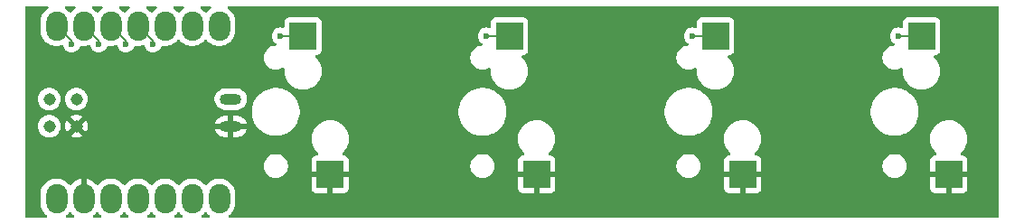
<source format=gbr>
G04 #@! TF.GenerationSoftware,KiCad,Pcbnew,8.0.6*
G04 #@! TF.CreationDate,2025-06-28T13:00:17+01:00*
G04 #@! TF.ProjectId,1x4,3178342e-6b69-4636-9164-5f7063625858,0.2*
G04 #@! TF.SameCoordinates,Original*
G04 #@! TF.FileFunction,Copper,L2,Bot*
G04 #@! TF.FilePolarity,Positive*
%FSLAX46Y46*%
G04 Gerber Fmt 4.6, Leading zero omitted, Abs format (unit mm)*
G04 Created by KiCad (PCBNEW 8.0.6) date 2025-06-28 13:00:17*
%MOMM*%
%LPD*%
G01*
G04 APERTURE LIST*
G04 #@! TA.AperFunction,SMDPad,CuDef*
%ADD10R,2.500000X2.550000*%
G04 #@! TD*
G04 #@! TA.AperFunction,SMDPad,CuDef*
%ADD11O,1.998980X2.748280*%
G04 #@! TD*
G04 #@! TA.AperFunction,SMDPad,CuDef*
%ADD12O,2.032000X1.016000*%
G04 #@! TD*
G04 #@! TA.AperFunction,SMDPad,CuDef*
%ADD13C,1.143000*%
G04 #@! TD*
G04 #@! TA.AperFunction,ViaPad*
%ADD14C,0.600000*%
G04 #@! TD*
G04 #@! TA.AperFunction,Conductor*
%ADD15C,0.200000*%
G04 #@! TD*
G04 APERTURE END LIST*
D10*
X101981000Y-56415000D03*
X104521000Y-69342000D03*
X121285000Y-56415000D03*
X123825000Y-69342000D03*
X82633934Y-56415000D03*
X85173934Y-69342000D03*
X140589000Y-56415000D03*
X143129000Y-69342000D03*
D11*
X59550000Y-55450000D03*
X62090000Y-55450000D03*
X64630000Y-55450000D03*
X67170000Y-55450000D03*
X69710000Y-55450000D03*
X72250000Y-55450000D03*
X74790000Y-55450000D03*
X74790000Y-71614560D03*
X72250000Y-71614560D03*
X69710000Y-71614560D03*
X67170000Y-71614560D03*
X64630000Y-71614560D03*
X62090000Y-71614560D03*
X59550000Y-71614560D03*
D12*
X75867820Y-62316880D03*
X75867820Y-64866880D03*
D13*
X58863633Y-62315683D03*
X58863633Y-64855683D03*
X61403633Y-62315683D03*
X61403633Y-64855683D03*
D14*
X80518000Y-56388000D03*
X60960000Y-57150000D03*
X66040000Y-57150000D03*
X119126000Y-56388000D03*
X68580000Y-57150000D03*
X138430000Y-56388000D03*
X99822000Y-56388000D03*
X63500000Y-57150000D03*
D15*
X59579750Y-55450000D02*
X60960000Y-56830250D01*
X80518000Y-56388000D02*
X81026000Y-56388000D01*
X60960000Y-56830250D02*
X60960000Y-57150000D01*
X81053000Y-56415000D02*
X82633934Y-56415000D01*
X81026000Y-56388000D02*
X81053000Y-56415000D01*
X59550000Y-55450000D02*
X59579750Y-55450000D01*
X119153000Y-56415000D02*
X121285000Y-56415000D01*
X64630000Y-55450000D02*
X64659750Y-55450000D01*
X64659750Y-55450000D02*
X66040000Y-56830250D01*
X119126000Y-56388000D02*
X119153000Y-56415000D01*
X66040000Y-56830250D02*
X66040000Y-57150000D01*
X140562000Y-56388000D02*
X140589000Y-56415000D01*
X68580000Y-56830250D02*
X68580000Y-57150000D01*
X138430000Y-56388000D02*
X140562000Y-56388000D01*
X67170000Y-55450000D02*
X67199750Y-55450000D01*
X67199750Y-55450000D02*
X68580000Y-56830250D01*
X63500000Y-56830250D02*
X63500000Y-57150000D01*
X62090000Y-55450000D02*
X62119750Y-55450000D01*
X99822000Y-56388000D02*
X101954000Y-56388000D01*
X101954000Y-56388000D02*
X101981000Y-56415000D01*
X62119750Y-55450000D02*
X63500000Y-56830250D01*
G04 #@! TA.AperFunction,Conductor*
G36*
X58732697Y-53606185D02*
G01*
X58778452Y-53658989D01*
X58788396Y-53728147D01*
X58759371Y-53791703D01*
X58738543Y-53810818D01*
X58572828Y-53931216D01*
X58572823Y-53931220D01*
X58405870Y-54098173D01*
X58405866Y-54098178D01*
X58267096Y-54289180D01*
X58159906Y-54499549D01*
X58086945Y-54724101D01*
X58050010Y-54957298D01*
X58050010Y-55942701D01*
X58086945Y-56175898D01*
X58159906Y-56400450D01*
X58233620Y-56545121D01*
X58244895Y-56567249D01*
X58267096Y-56610819D01*
X58405866Y-56801821D01*
X58405870Y-56801826D01*
X58572823Y-56968779D01*
X58572828Y-56968783D01*
X58739431Y-57089826D01*
X58763834Y-57107556D01*
X58892997Y-57173368D01*
X58974199Y-57214743D01*
X58974201Y-57214743D01*
X58974204Y-57214745D01*
X59198752Y-57287705D01*
X59431948Y-57324640D01*
X59431949Y-57324640D01*
X59668051Y-57324640D01*
X59668052Y-57324640D01*
X59901248Y-57287705D01*
X60018354Y-57249654D01*
X60088193Y-57247660D01*
X60148026Y-57283740D01*
X60173712Y-57326631D01*
X60234209Y-57499519D01*
X60234211Y-57499522D01*
X60330184Y-57652262D01*
X60457738Y-57779816D01*
X60610478Y-57875789D01*
X60772057Y-57932328D01*
X60780745Y-57935368D01*
X60780750Y-57935369D01*
X60959996Y-57955565D01*
X60960000Y-57955565D01*
X60960004Y-57955565D01*
X61139249Y-57935369D01*
X61139252Y-57935368D01*
X61139255Y-57935368D01*
X61309522Y-57875789D01*
X61462262Y-57779816D01*
X61589816Y-57652262D01*
X61685789Y-57499522D01*
X61724605Y-57388590D01*
X61765325Y-57331817D01*
X61830278Y-57306069D01*
X61861044Y-57307074D01*
X61907128Y-57314373D01*
X61971948Y-57324640D01*
X61971949Y-57324640D01*
X62208051Y-57324640D01*
X62208052Y-57324640D01*
X62441248Y-57287705D01*
X62558354Y-57249654D01*
X62628193Y-57247660D01*
X62688026Y-57283740D01*
X62713712Y-57326631D01*
X62774209Y-57499519D01*
X62774211Y-57499522D01*
X62870184Y-57652262D01*
X62997738Y-57779816D01*
X63150478Y-57875789D01*
X63312057Y-57932328D01*
X63320745Y-57935368D01*
X63320750Y-57935369D01*
X63499996Y-57955565D01*
X63500000Y-57955565D01*
X63500004Y-57955565D01*
X63679249Y-57935369D01*
X63679252Y-57935368D01*
X63679255Y-57935368D01*
X63849522Y-57875789D01*
X64002262Y-57779816D01*
X64129816Y-57652262D01*
X64225789Y-57499522D01*
X64264605Y-57388590D01*
X64305325Y-57331817D01*
X64370278Y-57306069D01*
X64401044Y-57307074D01*
X64447128Y-57314373D01*
X64511948Y-57324640D01*
X64511949Y-57324640D01*
X64748051Y-57324640D01*
X64748052Y-57324640D01*
X64981248Y-57287705D01*
X65098354Y-57249654D01*
X65168193Y-57247660D01*
X65228026Y-57283740D01*
X65253712Y-57326631D01*
X65314209Y-57499519D01*
X65314211Y-57499522D01*
X65410184Y-57652262D01*
X65537738Y-57779816D01*
X65690478Y-57875789D01*
X65852057Y-57932328D01*
X65860745Y-57935368D01*
X65860750Y-57935369D01*
X66039996Y-57955565D01*
X66040000Y-57955565D01*
X66040004Y-57955565D01*
X66219249Y-57935369D01*
X66219252Y-57935368D01*
X66219255Y-57935368D01*
X66389522Y-57875789D01*
X66542262Y-57779816D01*
X66669816Y-57652262D01*
X66765789Y-57499522D01*
X66804605Y-57388590D01*
X66845325Y-57331817D01*
X66910278Y-57306069D01*
X66941044Y-57307074D01*
X66987128Y-57314373D01*
X67051948Y-57324640D01*
X67051949Y-57324640D01*
X67288051Y-57324640D01*
X67288052Y-57324640D01*
X67521248Y-57287705D01*
X67638354Y-57249654D01*
X67708193Y-57247660D01*
X67768026Y-57283740D01*
X67793712Y-57326631D01*
X67854209Y-57499519D01*
X67854211Y-57499522D01*
X67950184Y-57652262D01*
X68077738Y-57779816D01*
X68230478Y-57875789D01*
X68392057Y-57932328D01*
X68400745Y-57935368D01*
X68400750Y-57935369D01*
X68579996Y-57955565D01*
X68580000Y-57955565D01*
X68580004Y-57955565D01*
X68759249Y-57935369D01*
X68759252Y-57935368D01*
X68759255Y-57935368D01*
X68929522Y-57875789D01*
X69082262Y-57779816D01*
X69209816Y-57652262D01*
X69305789Y-57499522D01*
X69344605Y-57388590D01*
X69385325Y-57331817D01*
X69450278Y-57306069D01*
X69481044Y-57307074D01*
X69527128Y-57314373D01*
X69591948Y-57324640D01*
X69591949Y-57324640D01*
X69828051Y-57324640D01*
X69828052Y-57324640D01*
X70061248Y-57287705D01*
X70285796Y-57214745D01*
X70496166Y-57107556D01*
X70687178Y-56968778D01*
X70854128Y-56801828D01*
X70879681Y-56766656D01*
X70935010Y-56723991D01*
X71004623Y-56718010D01*
X71066419Y-56750615D01*
X71080319Y-56766657D01*
X71105868Y-56801824D01*
X71272823Y-56968779D01*
X71272828Y-56968783D01*
X71439431Y-57089826D01*
X71463834Y-57107556D01*
X71592997Y-57173368D01*
X71674199Y-57214743D01*
X71674201Y-57214743D01*
X71674204Y-57214745D01*
X71898752Y-57287705D01*
X72131948Y-57324640D01*
X72131949Y-57324640D01*
X72368051Y-57324640D01*
X72368052Y-57324640D01*
X72601248Y-57287705D01*
X72825796Y-57214745D01*
X73036166Y-57107556D01*
X73227178Y-56968778D01*
X73394128Y-56801828D01*
X73419681Y-56766656D01*
X73475010Y-56723991D01*
X73544623Y-56718010D01*
X73606419Y-56750615D01*
X73620319Y-56766657D01*
X73645868Y-56801824D01*
X73812823Y-56968779D01*
X73812828Y-56968783D01*
X73979431Y-57089826D01*
X74003834Y-57107556D01*
X74132997Y-57173368D01*
X74214199Y-57214743D01*
X74214201Y-57214743D01*
X74214204Y-57214745D01*
X74438752Y-57287705D01*
X74671948Y-57324640D01*
X74671949Y-57324640D01*
X74908051Y-57324640D01*
X74908052Y-57324640D01*
X75141248Y-57287705D01*
X75365796Y-57214745D01*
X75576166Y-57107556D01*
X75767178Y-56968778D01*
X75934128Y-56801828D01*
X76072906Y-56610816D01*
X76180095Y-56400446D01*
X76253055Y-56175898D01*
X76289990Y-55942702D01*
X76289990Y-54957298D01*
X76253055Y-54724102D01*
X76180095Y-54499554D01*
X76180093Y-54499551D01*
X76180093Y-54499549D01*
X76141206Y-54423230D01*
X76072906Y-54289184D01*
X76055176Y-54264781D01*
X75934133Y-54098178D01*
X75934129Y-54098173D01*
X75767176Y-53931220D01*
X75767171Y-53931216D01*
X75601457Y-53810818D01*
X75558791Y-53755488D01*
X75552812Y-53685875D01*
X75585418Y-53624080D01*
X75646256Y-53589723D01*
X75674342Y-53586500D01*
X147711500Y-53586500D01*
X147778539Y-53606185D01*
X147824294Y-53658989D01*
X147835500Y-53710500D01*
X147835500Y-73289500D01*
X147815815Y-73356539D01*
X147763011Y-73402294D01*
X147711500Y-73413500D01*
X75763201Y-73413500D01*
X75696162Y-73393815D01*
X75650407Y-73341011D01*
X75640463Y-73271853D01*
X75669488Y-73208297D01*
X75690316Y-73189182D01*
X75767172Y-73133343D01*
X75767174Y-73133340D01*
X75767178Y-73133338D01*
X75934128Y-72966388D01*
X76072906Y-72775376D01*
X76180095Y-72565006D01*
X76253055Y-72340458D01*
X76289990Y-72107262D01*
X76289990Y-71121858D01*
X76253055Y-70888662D01*
X76180332Y-70664844D01*
X83423934Y-70664844D01*
X83430335Y-70724372D01*
X83430337Y-70724379D01*
X83480579Y-70859086D01*
X83480583Y-70859093D01*
X83566743Y-70974187D01*
X83566746Y-70974190D01*
X83681840Y-71060350D01*
X83681847Y-71060354D01*
X83816554Y-71110596D01*
X83816561Y-71110598D01*
X83876089Y-71116999D01*
X83876106Y-71117000D01*
X84923934Y-71117000D01*
X85423934Y-71117000D01*
X86471762Y-71117000D01*
X86471778Y-71116999D01*
X86531306Y-71110598D01*
X86531313Y-71110596D01*
X86666020Y-71060354D01*
X86666027Y-71060350D01*
X86781121Y-70974190D01*
X86781124Y-70974187D01*
X86867284Y-70859093D01*
X86867288Y-70859086D01*
X86917530Y-70724379D01*
X86917532Y-70724372D01*
X86923933Y-70664844D01*
X102771000Y-70664844D01*
X102777401Y-70724372D01*
X102777403Y-70724379D01*
X102827645Y-70859086D01*
X102827649Y-70859093D01*
X102913809Y-70974187D01*
X102913812Y-70974190D01*
X103028906Y-71060350D01*
X103028913Y-71060354D01*
X103163620Y-71110596D01*
X103163627Y-71110598D01*
X103223155Y-71116999D01*
X103223172Y-71117000D01*
X104271000Y-71117000D01*
X104771000Y-71117000D01*
X105818828Y-71117000D01*
X105818844Y-71116999D01*
X105878372Y-71110598D01*
X105878379Y-71110596D01*
X106013086Y-71060354D01*
X106013093Y-71060350D01*
X106128187Y-70974190D01*
X106128190Y-70974187D01*
X106214350Y-70859093D01*
X106214354Y-70859086D01*
X106264596Y-70724379D01*
X106264598Y-70724372D01*
X106270999Y-70664844D01*
X122075000Y-70664844D01*
X122081401Y-70724372D01*
X122081403Y-70724379D01*
X122131645Y-70859086D01*
X122131649Y-70859093D01*
X122217809Y-70974187D01*
X122217812Y-70974190D01*
X122332906Y-71060350D01*
X122332913Y-71060354D01*
X122467620Y-71110596D01*
X122467627Y-71110598D01*
X122527155Y-71116999D01*
X122527172Y-71117000D01*
X123575000Y-71117000D01*
X124075000Y-71117000D01*
X125122828Y-71117000D01*
X125122844Y-71116999D01*
X125182372Y-71110598D01*
X125182379Y-71110596D01*
X125317086Y-71060354D01*
X125317093Y-71060350D01*
X125432187Y-70974190D01*
X125432190Y-70974187D01*
X125518350Y-70859093D01*
X125518354Y-70859086D01*
X125568596Y-70724379D01*
X125568598Y-70724372D01*
X125574999Y-70664844D01*
X141379000Y-70664844D01*
X141385401Y-70724372D01*
X141385403Y-70724379D01*
X141435645Y-70859086D01*
X141435649Y-70859093D01*
X141521809Y-70974187D01*
X141521812Y-70974190D01*
X141636906Y-71060350D01*
X141636913Y-71060354D01*
X141771620Y-71110596D01*
X141771627Y-71110598D01*
X141831155Y-71116999D01*
X141831172Y-71117000D01*
X142879000Y-71117000D01*
X143379000Y-71117000D01*
X144426828Y-71117000D01*
X144426844Y-71116999D01*
X144486372Y-71110598D01*
X144486379Y-71110596D01*
X144621086Y-71060354D01*
X144621093Y-71060350D01*
X144736187Y-70974190D01*
X144736190Y-70974187D01*
X144822350Y-70859093D01*
X144822354Y-70859086D01*
X144872596Y-70724379D01*
X144872598Y-70724372D01*
X144878999Y-70664844D01*
X144879000Y-70664827D01*
X144879000Y-69592000D01*
X143379000Y-69592000D01*
X143379000Y-71117000D01*
X142879000Y-71117000D01*
X142879000Y-69592000D01*
X141379000Y-69592000D01*
X141379000Y-70664844D01*
X125574999Y-70664844D01*
X125575000Y-70664827D01*
X125575000Y-69592000D01*
X124075000Y-69592000D01*
X124075000Y-71117000D01*
X123575000Y-71117000D01*
X123575000Y-69592000D01*
X122075000Y-69592000D01*
X122075000Y-70664844D01*
X106270999Y-70664844D01*
X106271000Y-70664827D01*
X106271000Y-69592000D01*
X104771000Y-69592000D01*
X104771000Y-71117000D01*
X104271000Y-71117000D01*
X104271000Y-69592000D01*
X102771000Y-69592000D01*
X102771000Y-70664844D01*
X86923933Y-70664844D01*
X86923934Y-70664827D01*
X86923934Y-69592000D01*
X85423934Y-69592000D01*
X85423934Y-71117000D01*
X84923934Y-71117000D01*
X84923934Y-69592000D01*
X83423934Y-69592000D01*
X83423934Y-70664844D01*
X76180332Y-70664844D01*
X76180095Y-70664114D01*
X76180093Y-70664111D01*
X76180093Y-70664109D01*
X76141206Y-70587790D01*
X76072906Y-70453744D01*
X76055176Y-70429341D01*
X75934133Y-70262738D01*
X75934129Y-70262733D01*
X75767176Y-70095780D01*
X75767171Y-70095776D01*
X75576169Y-69957006D01*
X75576168Y-69957005D01*
X75576166Y-69957004D01*
X75510471Y-69923530D01*
X75365800Y-69849816D01*
X75141248Y-69776855D01*
X74908052Y-69739920D01*
X74671948Y-69739920D01*
X74555350Y-69758387D01*
X74438751Y-69776855D01*
X74214199Y-69849816D01*
X74003830Y-69957006D01*
X73812828Y-70095776D01*
X73812823Y-70095780D01*
X73645874Y-70262729D01*
X73645869Y-70262735D01*
X73620318Y-70297904D01*
X73564988Y-70340570D01*
X73495375Y-70346549D01*
X73433580Y-70313943D01*
X73419682Y-70297904D01*
X73394365Y-70263058D01*
X73394128Y-70262732D01*
X73227178Y-70095782D01*
X73227176Y-70095780D01*
X73227171Y-70095776D01*
X73036169Y-69957006D01*
X73036168Y-69957005D01*
X73036166Y-69957004D01*
X72970471Y-69923530D01*
X72825800Y-69849816D01*
X72601248Y-69776855D01*
X72368052Y-69739920D01*
X72131948Y-69739920D01*
X72015350Y-69758387D01*
X71898751Y-69776855D01*
X71674199Y-69849816D01*
X71463830Y-69957006D01*
X71272828Y-70095776D01*
X71272823Y-70095780D01*
X71105874Y-70262729D01*
X71105869Y-70262735D01*
X71080318Y-70297904D01*
X71024988Y-70340570D01*
X70955375Y-70346549D01*
X70893580Y-70313943D01*
X70879682Y-70297904D01*
X70854365Y-70263058D01*
X70854128Y-70262732D01*
X70687178Y-70095782D01*
X70687176Y-70095780D01*
X70687171Y-70095776D01*
X70496169Y-69957006D01*
X70496168Y-69957005D01*
X70496166Y-69957004D01*
X70430471Y-69923530D01*
X70285800Y-69849816D01*
X70061248Y-69776855D01*
X69828052Y-69739920D01*
X69591948Y-69739920D01*
X69475350Y-69758387D01*
X69358751Y-69776855D01*
X69134199Y-69849816D01*
X68923830Y-69957006D01*
X68732828Y-70095776D01*
X68732823Y-70095780D01*
X68565874Y-70262729D01*
X68565869Y-70262735D01*
X68540318Y-70297904D01*
X68484988Y-70340570D01*
X68415375Y-70346549D01*
X68353580Y-70313943D01*
X68339682Y-70297904D01*
X68314365Y-70263058D01*
X68314128Y-70262732D01*
X68147178Y-70095782D01*
X68147176Y-70095780D01*
X68147171Y-70095776D01*
X67956169Y-69957006D01*
X67956168Y-69957005D01*
X67956166Y-69957004D01*
X67890471Y-69923530D01*
X67745800Y-69849816D01*
X67521248Y-69776855D01*
X67288052Y-69739920D01*
X67051948Y-69739920D01*
X66935350Y-69758387D01*
X66818751Y-69776855D01*
X66594199Y-69849816D01*
X66383830Y-69957006D01*
X66192828Y-70095776D01*
X66192823Y-70095780D01*
X66025874Y-70262729D01*
X66025869Y-70262735D01*
X66000318Y-70297904D01*
X65944988Y-70340570D01*
X65875375Y-70346549D01*
X65813580Y-70313943D01*
X65799682Y-70297904D01*
X65774365Y-70263058D01*
X65774128Y-70262732D01*
X65607178Y-70095782D01*
X65607176Y-70095780D01*
X65607171Y-70095776D01*
X65416169Y-69957006D01*
X65416168Y-69957005D01*
X65416166Y-69957004D01*
X65350471Y-69923530D01*
X65205800Y-69849816D01*
X64981248Y-69776855D01*
X64748052Y-69739920D01*
X64511948Y-69739920D01*
X64395350Y-69758387D01*
X64278751Y-69776855D01*
X64054199Y-69849816D01*
X63843830Y-69957006D01*
X63652828Y-70095776D01*
X63652823Y-70095780D01*
X63485874Y-70262729D01*
X63485874Y-70262730D01*
X63485872Y-70262732D01*
X63460010Y-70298328D01*
X63460009Y-70298330D01*
X63404679Y-70340995D01*
X63335065Y-70346974D01*
X63273270Y-70314368D01*
X63259373Y-70298330D01*
X63233744Y-70263055D01*
X63066854Y-70096165D01*
X62875904Y-69957431D01*
X62665606Y-69850279D01*
X62441127Y-69777341D01*
X62340000Y-69761323D01*
X62340000Y-71740560D01*
X62320315Y-71807599D01*
X62267511Y-71853354D01*
X62216000Y-71864560D01*
X61964000Y-71864560D01*
X61896961Y-71844875D01*
X61851206Y-71792071D01*
X61840000Y-71740560D01*
X61840000Y-69761323D01*
X61738872Y-69777341D01*
X61514393Y-69850279D01*
X61304095Y-69957431D01*
X61113146Y-70096165D01*
X61113145Y-70096165D01*
X60946252Y-70263058D01*
X60920626Y-70298330D01*
X60865296Y-70340995D01*
X60795682Y-70346973D01*
X60733888Y-70314366D01*
X60719991Y-70298328D01*
X60694133Y-70262738D01*
X60694129Y-70262733D01*
X60527176Y-70095780D01*
X60527171Y-70095776D01*
X60336169Y-69957006D01*
X60336168Y-69957005D01*
X60336166Y-69957004D01*
X60270471Y-69923530D01*
X60125800Y-69849816D01*
X59901248Y-69776855D01*
X59668052Y-69739920D01*
X59431948Y-69739920D01*
X59315350Y-69758387D01*
X59198751Y-69776855D01*
X58974199Y-69849816D01*
X58763830Y-69957006D01*
X58572828Y-70095776D01*
X58572823Y-70095780D01*
X58405870Y-70262733D01*
X58405866Y-70262738D01*
X58267096Y-70453740D01*
X58159906Y-70664109D01*
X58086945Y-70888661D01*
X58050010Y-71121858D01*
X58050010Y-72107261D01*
X58086945Y-72340458D01*
X58159906Y-72565010D01*
X58267096Y-72775379D01*
X58405866Y-72966381D01*
X58405870Y-72966386D01*
X58572827Y-73133343D01*
X58649684Y-73189182D01*
X58692350Y-73244511D01*
X58698329Y-73314125D01*
X58665724Y-73375920D01*
X58604885Y-73410277D01*
X58576799Y-73413500D01*
X56758500Y-73413500D01*
X56691461Y-73393815D01*
X56645706Y-73341011D01*
X56634500Y-73289500D01*
X56634500Y-68491421D01*
X78968434Y-68491421D01*
X78968434Y-68668578D01*
X78996148Y-68843556D01*
X79050890Y-69012039D01*
X79050891Y-69012042D01*
X79131320Y-69169890D01*
X79235451Y-69313214D01*
X79360720Y-69438483D01*
X79504044Y-69542614D01*
X79581463Y-69582061D01*
X79661891Y-69623042D01*
X79661894Y-69623043D01*
X79746135Y-69650414D01*
X79830379Y-69677786D01*
X80005355Y-69705500D01*
X80005356Y-69705500D01*
X80182512Y-69705500D01*
X80182513Y-69705500D01*
X80357489Y-69677786D01*
X80525976Y-69623042D01*
X80683824Y-69542614D01*
X80827148Y-69438483D01*
X80952417Y-69313214D01*
X81056548Y-69169890D01*
X81136976Y-69012042D01*
X81191720Y-68843555D01*
X81219434Y-68668579D01*
X81219434Y-68491421D01*
X81191720Y-68316445D01*
X81136976Y-68147958D01*
X81136976Y-68147957D01*
X81056547Y-67990109D01*
X80952417Y-67846786D01*
X80827148Y-67721517D01*
X80683824Y-67617386D01*
X80675891Y-67613344D01*
X80525976Y-67536957D01*
X80525973Y-67536956D01*
X80357490Y-67482214D01*
X80270001Y-67468357D01*
X80182513Y-67454500D01*
X80005355Y-67454500D01*
X79947029Y-67463738D01*
X79830377Y-67482214D01*
X79661894Y-67536956D01*
X79661891Y-67536957D01*
X79504043Y-67617386D01*
X79422272Y-67676796D01*
X79360720Y-67721517D01*
X79360718Y-67721519D01*
X79360717Y-67721519D01*
X79235453Y-67846783D01*
X79235453Y-67846784D01*
X79235451Y-67846786D01*
X79190730Y-67908338D01*
X79131320Y-67990109D01*
X79050891Y-68147957D01*
X79050890Y-68147960D01*
X78996148Y-68316443D01*
X78968434Y-68491421D01*
X56634500Y-68491421D01*
X56634500Y-64855682D01*
X57787040Y-64855682D01*
X57787040Y-64855683D01*
X57805370Y-65053505D01*
X57805371Y-65053508D01*
X57859737Y-65244588D01*
X57859740Y-65244594D01*
X57948295Y-65422436D01*
X58068022Y-65580981D01*
X58143560Y-65649842D01*
X58214841Y-65714823D01*
X58383754Y-65819410D01*
X58569009Y-65891178D01*
X58764298Y-65927683D01*
X58764301Y-65927683D01*
X58962965Y-65927683D01*
X58962968Y-65927683D01*
X59158257Y-65891178D01*
X59343512Y-65819410D01*
X59424573Y-65769219D01*
X60843648Y-65769219D01*
X60843648Y-65769220D01*
X60923974Y-65818957D01*
X60923981Y-65818960D01*
X61109144Y-65890692D01*
X61109149Y-65890693D01*
X61304346Y-65927183D01*
X61502920Y-65927183D01*
X61513217Y-65925258D01*
X83423434Y-65925258D01*
X83423434Y-66154741D01*
X83448380Y-66344215D01*
X83453386Y-66382238D01*
X83453387Y-66382240D01*
X83512776Y-66603887D01*
X83600584Y-66815876D01*
X83600591Y-66815890D01*
X83715326Y-67014617D01*
X83855015Y-67196661D01*
X83855023Y-67196670D01*
X84013672Y-67355319D01*
X84047157Y-67416642D01*
X84042173Y-67486334D01*
X84000301Y-67542267D01*
X83934837Y-67566684D01*
X83925991Y-67567000D01*
X83876089Y-67567000D01*
X83816561Y-67573401D01*
X83816554Y-67573403D01*
X83681847Y-67623645D01*
X83681840Y-67623649D01*
X83566746Y-67709809D01*
X83566743Y-67709812D01*
X83480583Y-67824906D01*
X83480579Y-67824913D01*
X83430337Y-67959620D01*
X83430335Y-67959627D01*
X83423934Y-68019155D01*
X83423934Y-69092000D01*
X86923934Y-69092000D01*
X86923934Y-68491421D01*
X98315500Y-68491421D01*
X98315500Y-68668578D01*
X98343214Y-68843556D01*
X98397956Y-69012039D01*
X98397957Y-69012042D01*
X98478386Y-69169890D01*
X98582517Y-69313214D01*
X98707786Y-69438483D01*
X98851110Y-69542614D01*
X98928529Y-69582061D01*
X99008957Y-69623042D01*
X99008960Y-69623043D01*
X99093201Y-69650414D01*
X99177445Y-69677786D01*
X99352421Y-69705500D01*
X99352422Y-69705500D01*
X99529578Y-69705500D01*
X99529579Y-69705500D01*
X99704555Y-69677786D01*
X99873042Y-69623042D01*
X100030890Y-69542614D01*
X100174214Y-69438483D01*
X100299483Y-69313214D01*
X100403614Y-69169890D01*
X100484042Y-69012042D01*
X100538786Y-68843555D01*
X100566500Y-68668579D01*
X100566500Y-68491421D01*
X100538786Y-68316445D01*
X100484042Y-68147958D01*
X100484042Y-68147957D01*
X100403613Y-67990109D01*
X100299483Y-67846786D01*
X100174214Y-67721517D01*
X100030890Y-67617386D01*
X100022957Y-67613344D01*
X99873042Y-67536957D01*
X99873039Y-67536956D01*
X99704556Y-67482214D01*
X99617067Y-67468357D01*
X99529579Y-67454500D01*
X99352421Y-67454500D01*
X99294095Y-67463738D01*
X99177443Y-67482214D01*
X99008960Y-67536956D01*
X99008957Y-67536957D01*
X98851109Y-67617386D01*
X98769338Y-67676796D01*
X98707786Y-67721517D01*
X98707784Y-67721519D01*
X98707783Y-67721519D01*
X98582519Y-67846783D01*
X98582519Y-67846784D01*
X98582517Y-67846786D01*
X98537796Y-67908338D01*
X98478386Y-67990109D01*
X98397957Y-68147957D01*
X98397956Y-68147960D01*
X98343214Y-68316443D01*
X98315500Y-68491421D01*
X86923934Y-68491421D01*
X86923934Y-68019172D01*
X86923933Y-68019155D01*
X86917532Y-67959627D01*
X86917530Y-67959620D01*
X86867288Y-67824913D01*
X86867284Y-67824906D01*
X86781124Y-67709812D01*
X86781121Y-67709809D01*
X86666027Y-67623649D01*
X86666020Y-67623645D01*
X86531313Y-67573403D01*
X86531306Y-67573401D01*
X86471778Y-67567000D01*
X86421877Y-67567000D01*
X86354838Y-67547315D01*
X86309083Y-67494511D01*
X86299139Y-67425353D01*
X86328164Y-67361797D01*
X86334196Y-67355319D01*
X86492845Y-67196670D01*
X86492848Y-67196665D01*
X86492853Y-67196661D01*
X86632545Y-67014612D01*
X86747278Y-66815888D01*
X86835092Y-66603887D01*
X86894482Y-66382238D01*
X86924434Y-66154734D01*
X86924434Y-65925266D01*
X86924433Y-65925258D01*
X102770500Y-65925258D01*
X102770500Y-66154741D01*
X102795446Y-66344215D01*
X102800452Y-66382238D01*
X102800453Y-66382240D01*
X102859842Y-66603887D01*
X102947650Y-66815876D01*
X102947657Y-66815890D01*
X103062392Y-67014617D01*
X103202081Y-67196661D01*
X103202089Y-67196670D01*
X103360738Y-67355319D01*
X103394223Y-67416642D01*
X103389239Y-67486334D01*
X103347367Y-67542267D01*
X103281903Y-67566684D01*
X103273057Y-67567000D01*
X103223155Y-67567000D01*
X103163627Y-67573401D01*
X103163620Y-67573403D01*
X103028913Y-67623645D01*
X103028906Y-67623649D01*
X102913812Y-67709809D01*
X102913809Y-67709812D01*
X102827649Y-67824906D01*
X102827645Y-67824913D01*
X102777403Y-67959620D01*
X102777401Y-67959627D01*
X102771000Y-68019155D01*
X102771000Y-69092000D01*
X106271000Y-69092000D01*
X106271000Y-68491421D01*
X117619500Y-68491421D01*
X117619500Y-68668578D01*
X117647214Y-68843556D01*
X117701956Y-69012039D01*
X117701957Y-69012042D01*
X117782386Y-69169890D01*
X117886517Y-69313214D01*
X118011786Y-69438483D01*
X118155110Y-69542614D01*
X118232529Y-69582061D01*
X118312957Y-69623042D01*
X118312960Y-69623043D01*
X118397201Y-69650414D01*
X118481445Y-69677786D01*
X118656421Y-69705500D01*
X118656422Y-69705500D01*
X118833578Y-69705500D01*
X118833579Y-69705500D01*
X119008555Y-69677786D01*
X119177042Y-69623042D01*
X119334890Y-69542614D01*
X119478214Y-69438483D01*
X119603483Y-69313214D01*
X119707614Y-69169890D01*
X119788042Y-69012042D01*
X119842786Y-68843555D01*
X119870500Y-68668579D01*
X119870500Y-68491421D01*
X119842786Y-68316445D01*
X119788042Y-68147958D01*
X119788042Y-68147957D01*
X119707613Y-67990109D01*
X119603483Y-67846786D01*
X119478214Y-67721517D01*
X119334890Y-67617386D01*
X119326957Y-67613344D01*
X119177042Y-67536957D01*
X119177039Y-67536956D01*
X119008556Y-67482214D01*
X118921067Y-67468357D01*
X118833579Y-67454500D01*
X118656421Y-67454500D01*
X118598095Y-67463738D01*
X118481443Y-67482214D01*
X118312960Y-67536956D01*
X118312957Y-67536957D01*
X118155109Y-67617386D01*
X118073338Y-67676796D01*
X118011786Y-67721517D01*
X118011784Y-67721519D01*
X118011783Y-67721519D01*
X117886519Y-67846783D01*
X117886519Y-67846784D01*
X117886517Y-67846786D01*
X117841796Y-67908338D01*
X117782386Y-67990109D01*
X117701957Y-68147957D01*
X117701956Y-68147960D01*
X117647214Y-68316443D01*
X117619500Y-68491421D01*
X106271000Y-68491421D01*
X106271000Y-68019172D01*
X106270999Y-68019155D01*
X106264598Y-67959627D01*
X106264596Y-67959620D01*
X106214354Y-67824913D01*
X106214350Y-67824906D01*
X106128190Y-67709812D01*
X106128187Y-67709809D01*
X106013093Y-67623649D01*
X106013086Y-67623645D01*
X105878379Y-67573403D01*
X105878372Y-67573401D01*
X105818844Y-67567000D01*
X105768943Y-67567000D01*
X105701904Y-67547315D01*
X105656149Y-67494511D01*
X105646205Y-67425353D01*
X105675230Y-67361797D01*
X105681262Y-67355319D01*
X105839911Y-67196670D01*
X105839914Y-67196665D01*
X105839919Y-67196661D01*
X105979611Y-67014612D01*
X106094344Y-66815888D01*
X106182158Y-66603887D01*
X106241548Y-66382238D01*
X106271500Y-66154734D01*
X106271500Y-65925266D01*
X106271499Y-65925258D01*
X122074500Y-65925258D01*
X122074500Y-66154741D01*
X122099446Y-66344215D01*
X122104452Y-66382238D01*
X122104453Y-66382240D01*
X122163842Y-66603887D01*
X122251650Y-66815876D01*
X122251657Y-66815890D01*
X122366392Y-67014617D01*
X122506081Y-67196661D01*
X122506089Y-67196670D01*
X122664738Y-67355319D01*
X122698223Y-67416642D01*
X122693239Y-67486334D01*
X122651367Y-67542267D01*
X122585903Y-67566684D01*
X122577057Y-67567000D01*
X122527155Y-67567000D01*
X122467627Y-67573401D01*
X122467620Y-67573403D01*
X122332913Y-67623645D01*
X122332906Y-67623649D01*
X122217812Y-67709809D01*
X122217809Y-67709812D01*
X122131649Y-67824906D01*
X122131645Y-67824913D01*
X122081403Y-67959620D01*
X122081401Y-67959627D01*
X122075000Y-68019155D01*
X122075000Y-69092000D01*
X125575000Y-69092000D01*
X125575000Y-68491421D01*
X136923500Y-68491421D01*
X136923500Y-68668578D01*
X136951214Y-68843556D01*
X137005956Y-69012039D01*
X137005957Y-69012042D01*
X137086386Y-69169890D01*
X137190517Y-69313214D01*
X137315786Y-69438483D01*
X137459110Y-69542614D01*
X137536529Y-69582061D01*
X137616957Y-69623042D01*
X137616960Y-69623043D01*
X137701201Y-69650414D01*
X137785445Y-69677786D01*
X137960421Y-69705500D01*
X137960422Y-69705500D01*
X138137578Y-69705500D01*
X138137579Y-69705500D01*
X138312555Y-69677786D01*
X138481042Y-69623042D01*
X138638890Y-69542614D01*
X138782214Y-69438483D01*
X138907483Y-69313214D01*
X139011614Y-69169890D01*
X139092042Y-69012042D01*
X139146786Y-68843555D01*
X139174500Y-68668579D01*
X139174500Y-68491421D01*
X139146786Y-68316445D01*
X139092042Y-68147958D01*
X139092042Y-68147957D01*
X139011613Y-67990109D01*
X138907483Y-67846786D01*
X138782214Y-67721517D01*
X138638890Y-67617386D01*
X138630957Y-67613344D01*
X138481042Y-67536957D01*
X138481039Y-67536956D01*
X138312556Y-67482214D01*
X138225067Y-67468357D01*
X138137579Y-67454500D01*
X137960421Y-67454500D01*
X137902095Y-67463738D01*
X137785443Y-67482214D01*
X137616960Y-67536956D01*
X137616957Y-67536957D01*
X137459109Y-67617386D01*
X137377338Y-67676796D01*
X137315786Y-67721517D01*
X137315784Y-67721519D01*
X137315783Y-67721519D01*
X137190519Y-67846783D01*
X137190519Y-67846784D01*
X137190517Y-67846786D01*
X137145796Y-67908338D01*
X137086386Y-67990109D01*
X137005957Y-68147957D01*
X137005956Y-68147960D01*
X136951214Y-68316443D01*
X136923500Y-68491421D01*
X125575000Y-68491421D01*
X125575000Y-68019172D01*
X125574999Y-68019155D01*
X125568598Y-67959627D01*
X125568596Y-67959620D01*
X125518354Y-67824913D01*
X125518350Y-67824906D01*
X125432190Y-67709812D01*
X125432187Y-67709809D01*
X125317093Y-67623649D01*
X125317086Y-67623645D01*
X125182379Y-67573403D01*
X125182372Y-67573401D01*
X125122844Y-67567000D01*
X125072943Y-67567000D01*
X125005904Y-67547315D01*
X124960149Y-67494511D01*
X124950205Y-67425353D01*
X124979230Y-67361797D01*
X124985262Y-67355319D01*
X125143911Y-67196670D01*
X125143914Y-67196665D01*
X125143919Y-67196661D01*
X125283611Y-67014612D01*
X125398344Y-66815888D01*
X125486158Y-66603887D01*
X125545548Y-66382238D01*
X125575500Y-66154734D01*
X125575500Y-65925266D01*
X125575499Y-65925258D01*
X141378500Y-65925258D01*
X141378500Y-66154741D01*
X141403446Y-66344215D01*
X141408452Y-66382238D01*
X141408453Y-66382240D01*
X141467842Y-66603887D01*
X141555650Y-66815876D01*
X141555657Y-66815890D01*
X141670392Y-67014617D01*
X141810081Y-67196661D01*
X141810089Y-67196670D01*
X141968738Y-67355319D01*
X142002223Y-67416642D01*
X141997239Y-67486334D01*
X141955367Y-67542267D01*
X141889903Y-67566684D01*
X141881057Y-67567000D01*
X141831155Y-67567000D01*
X141771627Y-67573401D01*
X141771620Y-67573403D01*
X141636913Y-67623645D01*
X141636906Y-67623649D01*
X141521812Y-67709809D01*
X141521809Y-67709812D01*
X141435649Y-67824906D01*
X141435645Y-67824913D01*
X141385403Y-67959620D01*
X141385401Y-67959627D01*
X141379000Y-68019155D01*
X141379000Y-69092000D01*
X144879000Y-69092000D01*
X144879000Y-68019172D01*
X144878999Y-68019155D01*
X144872598Y-67959627D01*
X144872596Y-67959620D01*
X144822354Y-67824913D01*
X144822350Y-67824906D01*
X144736190Y-67709812D01*
X144736187Y-67709809D01*
X144621093Y-67623649D01*
X144621086Y-67623645D01*
X144486379Y-67573403D01*
X144486372Y-67573401D01*
X144426844Y-67567000D01*
X144376943Y-67567000D01*
X144309904Y-67547315D01*
X144264149Y-67494511D01*
X144254205Y-67425353D01*
X144283230Y-67361797D01*
X144289262Y-67355319D01*
X144447911Y-67196670D01*
X144447914Y-67196665D01*
X144447919Y-67196661D01*
X144587611Y-67014612D01*
X144702344Y-66815888D01*
X144790158Y-66603887D01*
X144849548Y-66382238D01*
X144879500Y-66154734D01*
X144879500Y-65925266D01*
X144849548Y-65697762D01*
X144790158Y-65476113D01*
X144702344Y-65264112D01*
X144587611Y-65065388D01*
X144587608Y-65065385D01*
X144587607Y-65065382D01*
X144447918Y-64883338D01*
X144447911Y-64883330D01*
X144285670Y-64721089D01*
X144285661Y-64721081D01*
X144103617Y-64581392D01*
X143904890Y-64466657D01*
X143904876Y-64466650D01*
X143692887Y-64378842D01*
X143471238Y-64319452D01*
X143433215Y-64314446D01*
X143243741Y-64289500D01*
X143243734Y-64289500D01*
X143014266Y-64289500D01*
X143014258Y-64289500D01*
X142797715Y-64318009D01*
X142786762Y-64319452D01*
X142693076Y-64344554D01*
X142565112Y-64378842D01*
X142353123Y-64466650D01*
X142353109Y-64466657D01*
X142154382Y-64581392D01*
X141972338Y-64721081D01*
X141810081Y-64883338D01*
X141670392Y-65065382D01*
X141555657Y-65264109D01*
X141555650Y-65264123D01*
X141467842Y-65476112D01*
X141408453Y-65697759D01*
X141408451Y-65697770D01*
X141378500Y-65925258D01*
X125575499Y-65925258D01*
X125545548Y-65697762D01*
X125486158Y-65476113D01*
X125398344Y-65264112D01*
X125283611Y-65065388D01*
X125283608Y-65065385D01*
X125283607Y-65065382D01*
X125143918Y-64883338D01*
X125143911Y-64883330D01*
X124981670Y-64721089D01*
X124981661Y-64721081D01*
X124799617Y-64581392D01*
X124600890Y-64466657D01*
X124600876Y-64466650D01*
X124388887Y-64378842D01*
X124167238Y-64319452D01*
X124129215Y-64314446D01*
X123939741Y-64289500D01*
X123939734Y-64289500D01*
X123710266Y-64289500D01*
X123710258Y-64289500D01*
X123493715Y-64318009D01*
X123482762Y-64319452D01*
X123389076Y-64344554D01*
X123261112Y-64378842D01*
X123049123Y-64466650D01*
X123049109Y-64466657D01*
X122850382Y-64581392D01*
X122668338Y-64721081D01*
X122506081Y-64883338D01*
X122366392Y-65065382D01*
X122251657Y-65264109D01*
X122251650Y-65264123D01*
X122163842Y-65476112D01*
X122104453Y-65697759D01*
X122104451Y-65697770D01*
X122074500Y-65925258D01*
X106271499Y-65925258D01*
X106241548Y-65697762D01*
X106182158Y-65476113D01*
X106094344Y-65264112D01*
X105979611Y-65065388D01*
X105979608Y-65065385D01*
X105979607Y-65065382D01*
X105839918Y-64883338D01*
X105839911Y-64883330D01*
X105677670Y-64721089D01*
X105677661Y-64721081D01*
X105495617Y-64581392D01*
X105296890Y-64466657D01*
X105296876Y-64466650D01*
X105084887Y-64378842D01*
X104863238Y-64319452D01*
X104825215Y-64314446D01*
X104635741Y-64289500D01*
X104635734Y-64289500D01*
X104406266Y-64289500D01*
X104406258Y-64289500D01*
X104189715Y-64318009D01*
X104178762Y-64319452D01*
X104085076Y-64344554D01*
X103957112Y-64378842D01*
X103745123Y-64466650D01*
X103745109Y-64466657D01*
X103546382Y-64581392D01*
X103364338Y-64721081D01*
X103202081Y-64883338D01*
X103062392Y-65065382D01*
X102947657Y-65264109D01*
X102947650Y-65264123D01*
X102859842Y-65476112D01*
X102800453Y-65697759D01*
X102800451Y-65697770D01*
X102770500Y-65925258D01*
X86924433Y-65925258D01*
X86894482Y-65697762D01*
X86835092Y-65476113D01*
X86747278Y-65264112D01*
X86632545Y-65065388D01*
X86632542Y-65065385D01*
X86632541Y-65065382D01*
X86492852Y-64883338D01*
X86492845Y-64883330D01*
X86330604Y-64721089D01*
X86330595Y-64721081D01*
X86148551Y-64581392D01*
X85949824Y-64466657D01*
X85949810Y-64466650D01*
X85737821Y-64378842D01*
X85516172Y-64319452D01*
X85478149Y-64314446D01*
X85288675Y-64289500D01*
X85288668Y-64289500D01*
X85059200Y-64289500D01*
X85059192Y-64289500D01*
X84842649Y-64318009D01*
X84831696Y-64319452D01*
X84738010Y-64344554D01*
X84610046Y-64378842D01*
X84398057Y-64466650D01*
X84398043Y-64466657D01*
X84199316Y-64581392D01*
X84017272Y-64721081D01*
X83855015Y-64883338D01*
X83715326Y-65065382D01*
X83600591Y-65264109D01*
X83600584Y-65264123D01*
X83512776Y-65476112D01*
X83453387Y-65697759D01*
X83453385Y-65697770D01*
X83423434Y-65925258D01*
X61513217Y-65925258D01*
X61698116Y-65890693D01*
X61698117Y-65890693D01*
X61883287Y-65818958D01*
X61883297Y-65818953D01*
X61963616Y-65769220D01*
X61963617Y-65769219D01*
X61403634Y-65209236D01*
X61403633Y-65209236D01*
X60843648Y-65769219D01*
X59424573Y-65769219D01*
X59512425Y-65714823D01*
X59659245Y-65580979D01*
X59778971Y-65422436D01*
X59867526Y-65244593D01*
X59867526Y-65244590D01*
X59867528Y-65244588D01*
X59898658Y-65135174D01*
X59921895Y-65053506D01*
X59940226Y-64855683D01*
X59940226Y-64855682D01*
X60327543Y-64855682D01*
X60327543Y-64855683D01*
X60345864Y-65053413D01*
X60400208Y-65244409D01*
X60400213Y-65244422D01*
X60487016Y-65418745D01*
X60487017Y-65418745D01*
X61050080Y-64855683D01*
X61050079Y-64855682D01*
X61757186Y-64855682D01*
X61757186Y-64855683D01*
X62320247Y-65418744D01*
X62320248Y-65418744D01*
X62407054Y-65244416D01*
X62407060Y-65244401D01*
X62443343Y-65116880D01*
X74381800Y-65116880D01*
X74390555Y-65160897D01*
X74390557Y-65160903D01*
X74466540Y-65344344D01*
X74466545Y-65344353D01*
X74576854Y-65509441D01*
X74576857Y-65509445D01*
X74717254Y-65649842D01*
X74717258Y-65649845D01*
X74882346Y-65760154D01*
X74882355Y-65760159D01*
X75065796Y-65836142D01*
X75065804Y-65836144D01*
X75260536Y-65874879D01*
X75260539Y-65874880D01*
X75617820Y-65874880D01*
X76117820Y-65874880D01*
X76475101Y-65874880D01*
X76475103Y-65874879D01*
X76669835Y-65836144D01*
X76669843Y-65836142D01*
X76853284Y-65760159D01*
X76853293Y-65760154D01*
X77018381Y-65649845D01*
X77018385Y-65649842D01*
X77158782Y-65509445D01*
X77158785Y-65509441D01*
X77269094Y-65344353D01*
X77269099Y-65344344D01*
X77345082Y-65160903D01*
X77345084Y-65160897D01*
X77353840Y-65116880D01*
X76117820Y-65116880D01*
X76117820Y-65874880D01*
X75617820Y-65874880D01*
X75617820Y-65116880D01*
X74381800Y-65116880D01*
X62443343Y-65116880D01*
X62461400Y-65053415D01*
X62461401Y-65053413D01*
X62479723Y-64855683D01*
X62479723Y-64855682D01*
X62461401Y-64657952D01*
X62461400Y-64657950D01*
X62449714Y-64616879D01*
X74381799Y-64616879D01*
X74381800Y-64616880D01*
X75617820Y-64616880D01*
X76117820Y-64616880D01*
X77353840Y-64616880D01*
X77353840Y-64616879D01*
X77345084Y-64572862D01*
X77345082Y-64572856D01*
X77269099Y-64389415D01*
X77269094Y-64389406D01*
X77158785Y-64224318D01*
X77158782Y-64224314D01*
X77018385Y-64083917D01*
X77018381Y-64083914D01*
X76853293Y-63973605D01*
X76853284Y-63973600D01*
X76669843Y-63897617D01*
X76669835Y-63897615D01*
X76475102Y-63858880D01*
X76117820Y-63858880D01*
X76117820Y-64616880D01*
X75617820Y-64616880D01*
X75617820Y-63858880D01*
X75260538Y-63858880D01*
X75065804Y-63897615D01*
X75065796Y-63897617D01*
X74882355Y-63973600D01*
X74882346Y-63973605D01*
X74717258Y-64083914D01*
X74717254Y-64083917D01*
X74576857Y-64224314D01*
X74576854Y-64224318D01*
X74466545Y-64389406D01*
X74466540Y-64389415D01*
X74390557Y-64572856D01*
X74390555Y-64572862D01*
X74381799Y-64616879D01*
X62449714Y-64616879D01*
X62407060Y-64466964D01*
X62407054Y-64466949D01*
X62320248Y-64292620D01*
X62320247Y-64292620D01*
X61757186Y-64855682D01*
X61050079Y-64855682D01*
X60487016Y-64292619D01*
X60400213Y-64466943D01*
X60400208Y-64466956D01*
X60345864Y-64657952D01*
X60327543Y-64855682D01*
X59940226Y-64855682D01*
X59921895Y-64657860D01*
X59897711Y-64572862D01*
X59867528Y-64466777D01*
X59867525Y-64466771D01*
X59829002Y-64389406D01*
X59778971Y-64288930D01*
X59659245Y-64130387D01*
X59659243Y-64130384D01*
X59512426Y-63996544D01*
X59512425Y-63996543D01*
X59424570Y-63942145D01*
X60843647Y-63942145D01*
X61403633Y-64502130D01*
X61403634Y-64502130D01*
X61963617Y-63942145D01*
X61883288Y-63892407D01*
X61883284Y-63892405D01*
X61698121Y-63820673D01*
X61698116Y-63820672D01*
X61502920Y-63784183D01*
X61304346Y-63784183D01*
X61109149Y-63820672D01*
X61109144Y-63820673D01*
X60923983Y-63892404D01*
X60923974Y-63892408D01*
X60843648Y-63942144D01*
X60843647Y-63942145D01*
X59424570Y-63942145D01*
X59424568Y-63942144D01*
X59343513Y-63891956D01*
X59343511Y-63891955D01*
X59158260Y-63820189D01*
X59158259Y-63820188D01*
X59158257Y-63820188D01*
X58962968Y-63783683D01*
X58764298Y-63783683D01*
X58569009Y-63820188D01*
X58569007Y-63820188D01*
X58569005Y-63820189D01*
X58383754Y-63891955D01*
X58383752Y-63891956D01*
X58214839Y-63996544D01*
X58068022Y-64130384D01*
X57948295Y-64288929D01*
X57859740Y-64466771D01*
X57859737Y-64466777D01*
X57805371Y-64657857D01*
X57805370Y-64657860D01*
X57787040Y-64855682D01*
X56634500Y-64855682D01*
X56634500Y-62315682D01*
X57787040Y-62315682D01*
X57787040Y-62315683D01*
X57805370Y-62513505D01*
X57805371Y-62513508D01*
X57859737Y-62704588D01*
X57859740Y-62704594D01*
X57948295Y-62882436D01*
X58068022Y-63040981D01*
X58194326Y-63156121D01*
X58214841Y-63174823D01*
X58383754Y-63279410D01*
X58569009Y-63351178D01*
X58764298Y-63387683D01*
X58764301Y-63387683D01*
X58962965Y-63387683D01*
X58962968Y-63387683D01*
X59158257Y-63351178D01*
X59343512Y-63279410D01*
X59512425Y-63174823D01*
X59659245Y-63040979D01*
X59778971Y-62882436D01*
X59867526Y-62704593D01*
X59867526Y-62704590D01*
X59867528Y-62704588D01*
X59921894Y-62513508D01*
X59921895Y-62513505D01*
X59930911Y-62416213D01*
X59940226Y-62315683D01*
X59940226Y-62315682D01*
X60327040Y-62315682D01*
X60327040Y-62315683D01*
X60345370Y-62513505D01*
X60345371Y-62513508D01*
X60399737Y-62704588D01*
X60399740Y-62704594D01*
X60488295Y-62882436D01*
X60608022Y-63040981D01*
X60734326Y-63156121D01*
X60754841Y-63174823D01*
X60923754Y-63279410D01*
X61109009Y-63351178D01*
X61304298Y-63387683D01*
X61304301Y-63387683D01*
X61502965Y-63387683D01*
X61502968Y-63387683D01*
X61689045Y-63352900D01*
X77849534Y-63352900D01*
X77849534Y-63647099D01*
X77849535Y-63647116D01*
X77887935Y-63938796D01*
X77964086Y-64222994D01*
X78076668Y-64494794D01*
X78076676Y-64494810D01*
X78223774Y-64749589D01*
X78223785Y-64749605D01*
X78402882Y-64983009D01*
X78402888Y-64983016D01*
X78610917Y-65191045D01*
X78610924Y-65191051D01*
X78777139Y-65318592D01*
X78844337Y-65370155D01*
X78844344Y-65370159D01*
X79099123Y-65517257D01*
X79099139Y-65517265D01*
X79370939Y-65629847D01*
X79370941Y-65629847D01*
X79370947Y-65629850D01*
X79655134Y-65705998D01*
X79946828Y-65744400D01*
X79946835Y-65744400D01*
X80241033Y-65744400D01*
X80241040Y-65744400D01*
X80532734Y-65705998D01*
X80816921Y-65629850D01*
X80934907Y-65580979D01*
X81088728Y-65517265D01*
X81088731Y-65517263D01*
X81088737Y-65517261D01*
X81343531Y-65370155D01*
X81576945Y-65191050D01*
X81784984Y-64983011D01*
X81964089Y-64749597D01*
X82111195Y-64494803D01*
X82122733Y-64466949D01*
X82223781Y-64222994D01*
X82223780Y-64222994D01*
X82223784Y-64222987D01*
X82299932Y-63938800D01*
X82338334Y-63647106D01*
X82338334Y-63352900D01*
X97196600Y-63352900D01*
X97196600Y-63647099D01*
X97196601Y-63647116D01*
X97235001Y-63938796D01*
X97311152Y-64222994D01*
X97423734Y-64494794D01*
X97423742Y-64494810D01*
X97570840Y-64749589D01*
X97570851Y-64749605D01*
X97749948Y-64983009D01*
X97749954Y-64983016D01*
X97957983Y-65191045D01*
X97957990Y-65191051D01*
X98124205Y-65318592D01*
X98191403Y-65370155D01*
X98191410Y-65370159D01*
X98446189Y-65517257D01*
X98446205Y-65517265D01*
X98718005Y-65629847D01*
X98718007Y-65629847D01*
X98718013Y-65629850D01*
X99002200Y-65705998D01*
X99293894Y-65744400D01*
X99293901Y-65744400D01*
X99588099Y-65744400D01*
X99588106Y-65744400D01*
X99879800Y-65705998D01*
X100163987Y-65629850D01*
X100281973Y-65580979D01*
X100435794Y-65517265D01*
X100435797Y-65517263D01*
X100435803Y-65517261D01*
X100690597Y-65370155D01*
X100924011Y-65191050D01*
X101132050Y-64983011D01*
X101311155Y-64749597D01*
X101458261Y-64494803D01*
X101469799Y-64466949D01*
X101570847Y-64222994D01*
X101570846Y-64222994D01*
X101570850Y-64222987D01*
X101646998Y-63938800D01*
X101685400Y-63647106D01*
X101685400Y-63352900D01*
X116500600Y-63352900D01*
X116500600Y-63647099D01*
X116500601Y-63647116D01*
X116539001Y-63938796D01*
X116615152Y-64222994D01*
X116727734Y-64494794D01*
X116727742Y-64494810D01*
X116874840Y-64749589D01*
X116874851Y-64749605D01*
X117053948Y-64983009D01*
X117053954Y-64983016D01*
X117261983Y-65191045D01*
X117261990Y-65191051D01*
X117428205Y-65318592D01*
X117495403Y-65370155D01*
X117495410Y-65370159D01*
X117750189Y-65517257D01*
X117750205Y-65517265D01*
X118022005Y-65629847D01*
X118022007Y-65629847D01*
X118022013Y-65629850D01*
X118306200Y-65705998D01*
X118597894Y-65744400D01*
X118597901Y-65744400D01*
X118892099Y-65744400D01*
X118892106Y-65744400D01*
X119183800Y-65705998D01*
X119467987Y-65629850D01*
X119585973Y-65580979D01*
X119739794Y-65517265D01*
X119739797Y-65517263D01*
X119739803Y-65517261D01*
X119994597Y-65370155D01*
X120228011Y-65191050D01*
X120436050Y-64983011D01*
X120615155Y-64749597D01*
X120762261Y-64494803D01*
X120773799Y-64466949D01*
X120874847Y-64222994D01*
X120874846Y-64222994D01*
X120874850Y-64222987D01*
X120950998Y-63938800D01*
X120989400Y-63647106D01*
X120989400Y-63352900D01*
X135804600Y-63352900D01*
X135804600Y-63647099D01*
X135804601Y-63647116D01*
X135843001Y-63938796D01*
X135919152Y-64222994D01*
X136031734Y-64494794D01*
X136031742Y-64494810D01*
X136178840Y-64749589D01*
X136178851Y-64749605D01*
X136357948Y-64983009D01*
X136357954Y-64983016D01*
X136565983Y-65191045D01*
X136565990Y-65191051D01*
X136732205Y-65318592D01*
X136799403Y-65370155D01*
X136799410Y-65370159D01*
X137054189Y-65517257D01*
X137054205Y-65517265D01*
X137326005Y-65629847D01*
X137326007Y-65629847D01*
X137326013Y-65629850D01*
X137610200Y-65705998D01*
X137901894Y-65744400D01*
X137901901Y-65744400D01*
X138196099Y-65744400D01*
X138196106Y-65744400D01*
X138487800Y-65705998D01*
X138771987Y-65629850D01*
X138889973Y-65580979D01*
X139043794Y-65517265D01*
X139043797Y-65517263D01*
X139043803Y-65517261D01*
X139298597Y-65370155D01*
X139532011Y-65191050D01*
X139740050Y-64983011D01*
X139919155Y-64749597D01*
X140066261Y-64494803D01*
X140077799Y-64466949D01*
X140178847Y-64222994D01*
X140178846Y-64222994D01*
X140178850Y-64222987D01*
X140254998Y-63938800D01*
X140293400Y-63647106D01*
X140293400Y-63352894D01*
X140254998Y-63061200D01*
X140178850Y-62777013D01*
X140178847Y-62777005D01*
X140066265Y-62505205D01*
X140066257Y-62505189D01*
X139919159Y-62250410D01*
X139919155Y-62250403D01*
X139740050Y-62016989D01*
X139740045Y-62016983D01*
X139532016Y-61808954D01*
X139532009Y-61808948D01*
X139298605Y-61629851D01*
X139298603Y-61629849D01*
X139298597Y-61629845D01*
X139298592Y-61629842D01*
X139298589Y-61629840D01*
X139043810Y-61482742D01*
X139043794Y-61482734D01*
X138771994Y-61370152D01*
X138704082Y-61351955D01*
X138487800Y-61294002D01*
X138487799Y-61294001D01*
X138487796Y-61294001D01*
X138196116Y-61255601D01*
X138196111Y-61255600D01*
X138196106Y-61255600D01*
X137901894Y-61255600D01*
X137901888Y-61255600D01*
X137901883Y-61255601D01*
X137610203Y-61294001D01*
X137326005Y-61370152D01*
X137054205Y-61482734D01*
X137054189Y-61482742D01*
X136799410Y-61629840D01*
X136799394Y-61629851D01*
X136565990Y-61808948D01*
X136565983Y-61808954D01*
X136357954Y-62016983D01*
X136357948Y-62016990D01*
X136178851Y-62250394D01*
X136178840Y-62250410D01*
X136031742Y-62505189D01*
X136031734Y-62505205D01*
X135919152Y-62777005D01*
X135843001Y-63061203D01*
X135804601Y-63352883D01*
X135804600Y-63352900D01*
X120989400Y-63352900D01*
X120989400Y-63352894D01*
X120950998Y-63061200D01*
X120874850Y-62777013D01*
X120874847Y-62777005D01*
X120762265Y-62505205D01*
X120762257Y-62505189D01*
X120615159Y-62250410D01*
X120615155Y-62250403D01*
X120436050Y-62016989D01*
X120436045Y-62016983D01*
X120228016Y-61808954D01*
X120228009Y-61808948D01*
X119994605Y-61629851D01*
X119994603Y-61629849D01*
X119994597Y-61629845D01*
X119994592Y-61629842D01*
X119994589Y-61629840D01*
X119739810Y-61482742D01*
X119739794Y-61482734D01*
X119467994Y-61370152D01*
X119400082Y-61351955D01*
X119183800Y-61294002D01*
X119183799Y-61294001D01*
X119183796Y-61294001D01*
X118892116Y-61255601D01*
X118892111Y-61255600D01*
X118892106Y-61255600D01*
X118597894Y-61255600D01*
X118597888Y-61255600D01*
X118597883Y-61255601D01*
X118306203Y-61294001D01*
X118022005Y-61370152D01*
X117750205Y-61482734D01*
X117750189Y-61482742D01*
X117495410Y-61629840D01*
X117495394Y-61629851D01*
X117261990Y-61808948D01*
X117261983Y-61808954D01*
X117053954Y-62016983D01*
X117053948Y-62016990D01*
X116874851Y-62250394D01*
X116874840Y-62250410D01*
X116727742Y-62505189D01*
X116727734Y-62505205D01*
X116615152Y-62777005D01*
X116539001Y-63061203D01*
X116500601Y-63352883D01*
X116500600Y-63352900D01*
X101685400Y-63352900D01*
X101685400Y-63352894D01*
X101646998Y-63061200D01*
X101570850Y-62777013D01*
X101570847Y-62777005D01*
X101458265Y-62505205D01*
X101458257Y-62505189D01*
X101311159Y-62250410D01*
X101311155Y-62250403D01*
X101132050Y-62016989D01*
X101132045Y-62016983D01*
X100924016Y-61808954D01*
X100924009Y-61808948D01*
X100690605Y-61629851D01*
X100690603Y-61629849D01*
X100690597Y-61629845D01*
X100690592Y-61629842D01*
X100690589Y-61629840D01*
X100435810Y-61482742D01*
X100435794Y-61482734D01*
X100163994Y-61370152D01*
X100096082Y-61351955D01*
X99879800Y-61294002D01*
X99879799Y-61294001D01*
X99879796Y-61294001D01*
X99588116Y-61255601D01*
X99588111Y-61255600D01*
X99588106Y-61255600D01*
X99293894Y-61255600D01*
X99293888Y-61255600D01*
X99293883Y-61255601D01*
X99002203Y-61294001D01*
X98718005Y-61370152D01*
X98446205Y-61482734D01*
X98446189Y-61482742D01*
X98191410Y-61629840D01*
X98191394Y-61629851D01*
X97957990Y-61808948D01*
X97957983Y-61808954D01*
X97749954Y-62016983D01*
X97749948Y-62016990D01*
X97570851Y-62250394D01*
X97570840Y-62250410D01*
X97423742Y-62505189D01*
X97423734Y-62505205D01*
X97311152Y-62777005D01*
X97235001Y-63061203D01*
X97196601Y-63352883D01*
X97196600Y-63352900D01*
X82338334Y-63352900D01*
X82338334Y-63352894D01*
X82299932Y-63061200D01*
X82223784Y-62777013D01*
X82223781Y-62777005D01*
X82111199Y-62505205D01*
X82111191Y-62505189D01*
X81964093Y-62250410D01*
X81964089Y-62250403D01*
X81784984Y-62016989D01*
X81784979Y-62016983D01*
X81576950Y-61808954D01*
X81576943Y-61808948D01*
X81343539Y-61629851D01*
X81343537Y-61629849D01*
X81343531Y-61629845D01*
X81343526Y-61629842D01*
X81343523Y-61629840D01*
X81088744Y-61482742D01*
X81088728Y-61482734D01*
X80816928Y-61370152D01*
X80749016Y-61351955D01*
X80532734Y-61294002D01*
X80532733Y-61294001D01*
X80532730Y-61294001D01*
X80241050Y-61255601D01*
X80241045Y-61255600D01*
X80241040Y-61255600D01*
X79946828Y-61255600D01*
X79946822Y-61255600D01*
X79946817Y-61255601D01*
X79655137Y-61294001D01*
X79370939Y-61370152D01*
X79099139Y-61482734D01*
X79099123Y-61482742D01*
X78844344Y-61629840D01*
X78844328Y-61629851D01*
X78610924Y-61808948D01*
X78610917Y-61808954D01*
X78402888Y-62016983D01*
X78402882Y-62016990D01*
X78223785Y-62250394D01*
X78223774Y-62250410D01*
X78076676Y-62505189D01*
X78076668Y-62505205D01*
X77964086Y-62777005D01*
X77887935Y-63061203D01*
X77849535Y-63352883D01*
X77849534Y-63352900D01*
X61689045Y-63352900D01*
X61698257Y-63351178D01*
X61883512Y-63279410D01*
X62052425Y-63174823D01*
X62199245Y-63040979D01*
X62318971Y-62882436D01*
X62407526Y-62704593D01*
X62407526Y-62704590D01*
X62407528Y-62704588D01*
X62461894Y-62513508D01*
X62461895Y-62513505D01*
X62470911Y-62416213D01*
X62480226Y-62315683D01*
X62471132Y-62217546D01*
X74351320Y-62217546D01*
X74351320Y-62416213D01*
X74390074Y-62611041D01*
X74390076Y-62611049D01*
X74466097Y-62794581D01*
X74466102Y-62794590D01*
X74576466Y-62959760D01*
X74576469Y-62959764D01*
X74716935Y-63100230D01*
X74716939Y-63100233D01*
X74882109Y-63210597D01*
X74882115Y-63210600D01*
X74882116Y-63210601D01*
X75065651Y-63286624D01*
X75260486Y-63325379D01*
X75260490Y-63325380D01*
X75260491Y-63325380D01*
X76475150Y-63325380D01*
X76475151Y-63325379D01*
X76669989Y-63286624D01*
X76853524Y-63210601D01*
X77018701Y-63100233D01*
X77159173Y-62959761D01*
X77269541Y-62794584D01*
X77345564Y-62611049D01*
X77384320Y-62416209D01*
X77384320Y-62217551D01*
X77345564Y-62022711D01*
X77269541Y-61839176D01*
X77269540Y-61839175D01*
X77269537Y-61839169D01*
X77159173Y-61673999D01*
X77159170Y-61673995D01*
X77018704Y-61533529D01*
X77018700Y-61533526D01*
X76853530Y-61423162D01*
X76853521Y-61423157D01*
X76669989Y-61347136D01*
X76669981Y-61347134D01*
X76475153Y-61308380D01*
X76475149Y-61308380D01*
X75260491Y-61308380D01*
X75260486Y-61308380D01*
X75065658Y-61347134D01*
X75065650Y-61347136D01*
X74882118Y-61423157D01*
X74882109Y-61423162D01*
X74716939Y-61533526D01*
X74716935Y-61533529D01*
X74576469Y-61673995D01*
X74576466Y-61673999D01*
X74466102Y-61839169D01*
X74466097Y-61839178D01*
X74390076Y-62022710D01*
X74390074Y-62022718D01*
X74351320Y-62217546D01*
X62471132Y-62217546D01*
X62461895Y-62117860D01*
X62434823Y-62022711D01*
X62407528Y-61926777D01*
X62407525Y-61926771D01*
X62363908Y-61839176D01*
X62318971Y-61748930D01*
X62229042Y-61629845D01*
X62199243Y-61590384D01*
X62052426Y-61456544D01*
X62052425Y-61456543D01*
X61978138Y-61410546D01*
X61883513Y-61351956D01*
X61883511Y-61351955D01*
X61698260Y-61280189D01*
X61698259Y-61280188D01*
X61698257Y-61280188D01*
X61502968Y-61243683D01*
X61304298Y-61243683D01*
X61109009Y-61280188D01*
X61109007Y-61280188D01*
X61109005Y-61280189D01*
X60923754Y-61351955D01*
X60923752Y-61351956D01*
X60754839Y-61456544D01*
X60608022Y-61590384D01*
X60488295Y-61748929D01*
X60399740Y-61926771D01*
X60399737Y-61926777D01*
X60345371Y-62117857D01*
X60345370Y-62117860D01*
X60327040Y-62315682D01*
X59940226Y-62315682D01*
X59921895Y-62117860D01*
X59894823Y-62022711D01*
X59867528Y-61926777D01*
X59867525Y-61926771D01*
X59823908Y-61839176D01*
X59778971Y-61748930D01*
X59689042Y-61629845D01*
X59659243Y-61590384D01*
X59512426Y-61456544D01*
X59512425Y-61456543D01*
X59438138Y-61410546D01*
X59343513Y-61351956D01*
X59343511Y-61351955D01*
X59158260Y-61280189D01*
X59158259Y-61280188D01*
X59158257Y-61280188D01*
X58962968Y-61243683D01*
X58764298Y-61243683D01*
X58569009Y-61280188D01*
X58569007Y-61280188D01*
X58569005Y-61280189D01*
X58383754Y-61351955D01*
X58383752Y-61351956D01*
X58214839Y-61456544D01*
X58068022Y-61590384D01*
X57948295Y-61748929D01*
X57859740Y-61926771D01*
X57859737Y-61926777D01*
X57805371Y-62117857D01*
X57805370Y-62117860D01*
X57787040Y-62315682D01*
X56634500Y-62315682D01*
X56634500Y-58331421D01*
X78968434Y-58331421D01*
X78968434Y-58508578D01*
X78996148Y-58683556D01*
X79050890Y-58852039D01*
X79050891Y-58852042D01*
X79131320Y-59009890D01*
X79235451Y-59153214D01*
X79360720Y-59278483D01*
X79504044Y-59382614D01*
X79581463Y-59422061D01*
X79661891Y-59463042D01*
X79661894Y-59463043D01*
X79746135Y-59490414D01*
X79830379Y-59517786D01*
X80005355Y-59545500D01*
X80005356Y-59545500D01*
X80182512Y-59545500D01*
X80182513Y-59545500D01*
X80357489Y-59517786D01*
X80525976Y-59463042D01*
X80683824Y-59382614D01*
X80699095Y-59371518D01*
X80764898Y-59348038D01*
X80832952Y-59363862D01*
X80881649Y-59413966D01*
X80895526Y-59482443D01*
X80894920Y-59488022D01*
X80883434Y-59575258D01*
X80883434Y-59804741D01*
X80908380Y-59994215D01*
X80913386Y-60032238D01*
X80913387Y-60032240D01*
X80972776Y-60253887D01*
X81060584Y-60465876D01*
X81060591Y-60465890D01*
X81175326Y-60664617D01*
X81315015Y-60846661D01*
X81315023Y-60846670D01*
X81477264Y-61008911D01*
X81477272Y-61008918D01*
X81659316Y-61148607D01*
X81659319Y-61148608D01*
X81659322Y-61148611D01*
X81858046Y-61263344D01*
X81858051Y-61263346D01*
X81858057Y-61263349D01*
X81949414Y-61301190D01*
X82070047Y-61351158D01*
X82291696Y-61410548D01*
X82519200Y-61440500D01*
X82519207Y-61440500D01*
X82748661Y-61440500D01*
X82748668Y-61440500D01*
X82976172Y-61410548D01*
X83197821Y-61351158D01*
X83409822Y-61263344D01*
X83608546Y-61148611D01*
X83790595Y-61008919D01*
X83790599Y-61008914D01*
X83790604Y-61008911D01*
X83952845Y-60846670D01*
X83952848Y-60846665D01*
X83952853Y-60846661D01*
X84092545Y-60664612D01*
X84207278Y-60465888D01*
X84295092Y-60253887D01*
X84354482Y-60032238D01*
X84384434Y-59804734D01*
X84384434Y-59575266D01*
X84354482Y-59347762D01*
X84295092Y-59126113D01*
X84207278Y-58914112D01*
X84092545Y-58715388D01*
X84092542Y-58715385D01*
X84092541Y-58715382D01*
X83952852Y-58533338D01*
X83952845Y-58533330D01*
X83821695Y-58402180D01*
X83788210Y-58340857D01*
X83788885Y-58331421D01*
X98315500Y-58331421D01*
X98315500Y-58508578D01*
X98343214Y-58683556D01*
X98397956Y-58852039D01*
X98397957Y-58852042D01*
X98478386Y-59009890D01*
X98582517Y-59153214D01*
X98707786Y-59278483D01*
X98851110Y-59382614D01*
X98928529Y-59422061D01*
X99008957Y-59463042D01*
X99008960Y-59463043D01*
X99093201Y-59490414D01*
X99177445Y-59517786D01*
X99352421Y-59545500D01*
X99352422Y-59545500D01*
X99529578Y-59545500D01*
X99529579Y-59545500D01*
X99704555Y-59517786D01*
X99873042Y-59463042D01*
X100030890Y-59382614D01*
X100046161Y-59371518D01*
X100111964Y-59348038D01*
X100180018Y-59363862D01*
X100228715Y-59413966D01*
X100242592Y-59482443D01*
X100241986Y-59488022D01*
X100230500Y-59575258D01*
X100230500Y-59804741D01*
X100255446Y-59994215D01*
X100260452Y-60032238D01*
X100260453Y-60032240D01*
X100319842Y-60253887D01*
X100407650Y-60465876D01*
X100407657Y-60465890D01*
X100522392Y-60664617D01*
X100662081Y-60846661D01*
X100662089Y-60846670D01*
X100824330Y-61008911D01*
X100824338Y-61008918D01*
X101006382Y-61148607D01*
X101006385Y-61148608D01*
X101006388Y-61148611D01*
X101205112Y-61263344D01*
X101205117Y-61263346D01*
X101205123Y-61263349D01*
X101296480Y-61301190D01*
X101417113Y-61351158D01*
X101638762Y-61410548D01*
X101866266Y-61440500D01*
X101866273Y-61440500D01*
X102095727Y-61440500D01*
X102095734Y-61440500D01*
X102323238Y-61410548D01*
X102544887Y-61351158D01*
X102756888Y-61263344D01*
X102955612Y-61148611D01*
X103137661Y-61008919D01*
X103137665Y-61008914D01*
X103137670Y-61008911D01*
X103299911Y-60846670D01*
X103299914Y-60846665D01*
X103299919Y-60846661D01*
X103439611Y-60664612D01*
X103554344Y-60465888D01*
X103642158Y-60253887D01*
X103701548Y-60032238D01*
X103731500Y-59804734D01*
X103731500Y-59575266D01*
X103701548Y-59347762D01*
X103642158Y-59126113D01*
X103554344Y-58914112D01*
X103439611Y-58715388D01*
X103439608Y-58715385D01*
X103439607Y-58715382D01*
X103299918Y-58533338D01*
X103299911Y-58533330D01*
X103168761Y-58402180D01*
X103135276Y-58340857D01*
X103135951Y-58331421D01*
X117619500Y-58331421D01*
X117619500Y-58508578D01*
X117647214Y-58683556D01*
X117701956Y-58852039D01*
X117701957Y-58852042D01*
X117782386Y-59009890D01*
X117886517Y-59153214D01*
X118011786Y-59278483D01*
X118155110Y-59382614D01*
X118232529Y-59422061D01*
X118312957Y-59463042D01*
X118312960Y-59463043D01*
X118397201Y-59490414D01*
X118481445Y-59517786D01*
X118656421Y-59545500D01*
X118656422Y-59545500D01*
X118833578Y-59545500D01*
X118833579Y-59545500D01*
X119008555Y-59517786D01*
X119177042Y-59463042D01*
X119334890Y-59382614D01*
X119350161Y-59371518D01*
X119415964Y-59348038D01*
X119484018Y-59363862D01*
X119532715Y-59413966D01*
X119546592Y-59482443D01*
X119545986Y-59488022D01*
X119534500Y-59575258D01*
X119534500Y-59804741D01*
X119559446Y-59994215D01*
X119564452Y-60032238D01*
X119564453Y-60032240D01*
X119623842Y-60253887D01*
X119711650Y-60465876D01*
X119711657Y-60465890D01*
X119826392Y-60664617D01*
X119966081Y-60846661D01*
X119966089Y-60846670D01*
X120128330Y-61008911D01*
X120128338Y-61008918D01*
X120310382Y-61148607D01*
X120310385Y-61148608D01*
X120310388Y-61148611D01*
X120509112Y-61263344D01*
X120509117Y-61263346D01*
X120509123Y-61263349D01*
X120600480Y-61301190D01*
X120721113Y-61351158D01*
X120942762Y-61410548D01*
X121170266Y-61440500D01*
X121170273Y-61440500D01*
X121399727Y-61440500D01*
X121399734Y-61440500D01*
X121627238Y-61410548D01*
X121848887Y-61351158D01*
X122060888Y-61263344D01*
X122259612Y-61148611D01*
X122441661Y-61008919D01*
X122441665Y-61008914D01*
X122441670Y-61008911D01*
X122603911Y-60846670D01*
X122603914Y-60846665D01*
X122603919Y-60846661D01*
X122743611Y-60664612D01*
X122858344Y-60465888D01*
X122946158Y-60253887D01*
X123005548Y-60032238D01*
X123035500Y-59804734D01*
X123035500Y-59575266D01*
X123005548Y-59347762D01*
X122946158Y-59126113D01*
X122858344Y-58914112D01*
X122743611Y-58715388D01*
X122743608Y-58715385D01*
X122743607Y-58715382D01*
X122603918Y-58533338D01*
X122603911Y-58533330D01*
X122472761Y-58402180D01*
X122439276Y-58340857D01*
X122439951Y-58331421D01*
X136923500Y-58331421D01*
X136923500Y-58508578D01*
X136951214Y-58683556D01*
X137005956Y-58852039D01*
X137005957Y-58852042D01*
X137086386Y-59009890D01*
X137190517Y-59153214D01*
X137315786Y-59278483D01*
X137459110Y-59382614D01*
X137536529Y-59422061D01*
X137616957Y-59463042D01*
X137616960Y-59463043D01*
X137701201Y-59490414D01*
X137785445Y-59517786D01*
X137960421Y-59545500D01*
X137960422Y-59545500D01*
X138137578Y-59545500D01*
X138137579Y-59545500D01*
X138312555Y-59517786D01*
X138481042Y-59463042D01*
X138638890Y-59382614D01*
X138654161Y-59371518D01*
X138719964Y-59348038D01*
X138788018Y-59363862D01*
X138836715Y-59413966D01*
X138850592Y-59482443D01*
X138849986Y-59488022D01*
X138838500Y-59575258D01*
X138838500Y-59804741D01*
X138863446Y-59994215D01*
X138868452Y-60032238D01*
X138868453Y-60032240D01*
X138927842Y-60253887D01*
X139015650Y-60465876D01*
X139015657Y-60465890D01*
X139130392Y-60664617D01*
X139270081Y-60846661D01*
X139270089Y-60846670D01*
X139432330Y-61008911D01*
X139432338Y-61008918D01*
X139614382Y-61148607D01*
X139614385Y-61148608D01*
X139614388Y-61148611D01*
X139813112Y-61263344D01*
X139813117Y-61263346D01*
X139813123Y-61263349D01*
X139904480Y-61301190D01*
X140025113Y-61351158D01*
X140246762Y-61410548D01*
X140474266Y-61440500D01*
X140474273Y-61440500D01*
X140703727Y-61440500D01*
X140703734Y-61440500D01*
X140931238Y-61410548D01*
X141152887Y-61351158D01*
X141364888Y-61263344D01*
X141563612Y-61148611D01*
X141745661Y-61008919D01*
X141745665Y-61008914D01*
X141745670Y-61008911D01*
X141907911Y-60846670D01*
X141907914Y-60846665D01*
X141907919Y-60846661D01*
X142047611Y-60664612D01*
X142162344Y-60465888D01*
X142250158Y-60253887D01*
X142309548Y-60032238D01*
X142339500Y-59804734D01*
X142339500Y-59575266D01*
X142309548Y-59347762D01*
X142250158Y-59126113D01*
X142162344Y-58914112D01*
X142047611Y-58715388D01*
X142047608Y-58715385D01*
X142047607Y-58715382D01*
X141907918Y-58533338D01*
X141907911Y-58533330D01*
X141776761Y-58402180D01*
X141743276Y-58340857D01*
X141748260Y-58271165D01*
X141790132Y-58215232D01*
X141855596Y-58190815D01*
X141864442Y-58190499D01*
X141886871Y-58190499D01*
X141886872Y-58190499D01*
X141946483Y-58184091D01*
X142081331Y-58133796D01*
X142196546Y-58047546D01*
X142282796Y-57932331D01*
X142333091Y-57797483D01*
X142339500Y-57737873D01*
X142339499Y-55092128D01*
X142333091Y-55032517D01*
X142282796Y-54897669D01*
X142282795Y-54897668D01*
X142282793Y-54897664D01*
X142196547Y-54782455D01*
X142196544Y-54782452D01*
X142081335Y-54696206D01*
X142081328Y-54696202D01*
X141946482Y-54645908D01*
X141946483Y-54645908D01*
X141886883Y-54639501D01*
X141886881Y-54639500D01*
X141886873Y-54639500D01*
X141886864Y-54639500D01*
X139291129Y-54639500D01*
X139291123Y-54639501D01*
X139231516Y-54645908D01*
X139096671Y-54696202D01*
X139096664Y-54696206D01*
X138981455Y-54782452D01*
X138981452Y-54782455D01*
X138895206Y-54897664D01*
X138895202Y-54897671D01*
X138844908Y-55032517D01*
X138838501Y-55092116D01*
X138838501Y-55092123D01*
X138838500Y-55092135D01*
X138838500Y-55508086D01*
X138818815Y-55575125D01*
X138766011Y-55620880D01*
X138696853Y-55630824D01*
X138673545Y-55625128D01*
X138609254Y-55602631D01*
X138609249Y-55602630D01*
X138430004Y-55582435D01*
X138429996Y-55582435D01*
X138250750Y-55602630D01*
X138250745Y-55602631D01*
X138080476Y-55662211D01*
X137927737Y-55758184D01*
X137800184Y-55885737D01*
X137704211Y-56038476D01*
X137644631Y-56208745D01*
X137644630Y-56208750D01*
X137624435Y-56387996D01*
X137624435Y-56388003D01*
X137644630Y-56567249D01*
X137644631Y-56567254D01*
X137704211Y-56737523D01*
X137744616Y-56801826D01*
X137800184Y-56890262D01*
X137927738Y-57017816D01*
X138006253Y-57067150D01*
X138052544Y-57119485D01*
X138063192Y-57188538D01*
X138034817Y-57252387D01*
X137976428Y-57290759D01*
X137959679Y-57294617D01*
X137785443Y-57322213D01*
X137616960Y-57376956D01*
X137616957Y-57376957D01*
X137459109Y-57457386D01*
X137377338Y-57516796D01*
X137315786Y-57561517D01*
X137315784Y-57561519D01*
X137315783Y-57561519D01*
X137190519Y-57686783D01*
X137190519Y-57686784D01*
X137190517Y-57686786D01*
X137153407Y-57737864D01*
X137086386Y-57830109D01*
X137005957Y-57987957D01*
X137005956Y-57987960D01*
X136951214Y-58156443D01*
X136923500Y-58331421D01*
X122439951Y-58331421D01*
X122444260Y-58271165D01*
X122486132Y-58215232D01*
X122551596Y-58190815D01*
X122560442Y-58190499D01*
X122582871Y-58190499D01*
X122582872Y-58190499D01*
X122642483Y-58184091D01*
X122777331Y-58133796D01*
X122892546Y-58047546D01*
X122978796Y-57932331D01*
X123029091Y-57797483D01*
X123035500Y-57737873D01*
X123035499Y-55092128D01*
X123029091Y-55032517D01*
X122978796Y-54897669D01*
X122978795Y-54897668D01*
X122978793Y-54897664D01*
X122892547Y-54782455D01*
X122892544Y-54782452D01*
X122777335Y-54696206D01*
X122777328Y-54696202D01*
X122642482Y-54645908D01*
X122642483Y-54645908D01*
X122582883Y-54639501D01*
X122582881Y-54639500D01*
X122582873Y-54639500D01*
X122582864Y-54639500D01*
X119987129Y-54639500D01*
X119987123Y-54639501D01*
X119927516Y-54645908D01*
X119792671Y-54696202D01*
X119792664Y-54696206D01*
X119677455Y-54782452D01*
X119677452Y-54782455D01*
X119591206Y-54897664D01*
X119591202Y-54897671D01*
X119540908Y-55032517D01*
X119534501Y-55092116D01*
X119534501Y-55092123D01*
X119534500Y-55092135D01*
X119534500Y-55508086D01*
X119514815Y-55575125D01*
X119462011Y-55620880D01*
X119392853Y-55630824D01*
X119369545Y-55625128D01*
X119305254Y-55602631D01*
X119305249Y-55602630D01*
X119126004Y-55582435D01*
X119125996Y-55582435D01*
X118946750Y-55602630D01*
X118946745Y-55602631D01*
X118776476Y-55662211D01*
X118623737Y-55758184D01*
X118496184Y-55885737D01*
X118400211Y-56038476D01*
X118340631Y-56208745D01*
X118340630Y-56208750D01*
X118320435Y-56387996D01*
X118320435Y-56388003D01*
X118340630Y-56567249D01*
X118340631Y-56567254D01*
X118400211Y-56737523D01*
X118440616Y-56801826D01*
X118496184Y-56890262D01*
X118623738Y-57017816D01*
X118702253Y-57067150D01*
X118748544Y-57119485D01*
X118759192Y-57188538D01*
X118730817Y-57252387D01*
X118672428Y-57290759D01*
X118655679Y-57294617D01*
X118481443Y-57322213D01*
X118312960Y-57376956D01*
X118312957Y-57376957D01*
X118155109Y-57457386D01*
X118073338Y-57516796D01*
X118011786Y-57561517D01*
X118011784Y-57561519D01*
X118011783Y-57561519D01*
X117886519Y-57686783D01*
X117886519Y-57686784D01*
X117886517Y-57686786D01*
X117849407Y-57737864D01*
X117782386Y-57830109D01*
X117701957Y-57987957D01*
X117701956Y-57987960D01*
X117647214Y-58156443D01*
X117619500Y-58331421D01*
X103135951Y-58331421D01*
X103140260Y-58271165D01*
X103182132Y-58215232D01*
X103247596Y-58190815D01*
X103256442Y-58190499D01*
X103278871Y-58190499D01*
X103278872Y-58190499D01*
X103338483Y-58184091D01*
X103473331Y-58133796D01*
X103588546Y-58047546D01*
X103674796Y-57932331D01*
X103725091Y-57797483D01*
X103731500Y-57737873D01*
X103731499Y-55092128D01*
X103725091Y-55032517D01*
X103674796Y-54897669D01*
X103674795Y-54897668D01*
X103674793Y-54897664D01*
X103588547Y-54782455D01*
X103588544Y-54782452D01*
X103473335Y-54696206D01*
X103473328Y-54696202D01*
X103338482Y-54645908D01*
X103338483Y-54645908D01*
X103278883Y-54639501D01*
X103278881Y-54639500D01*
X103278873Y-54639500D01*
X103278864Y-54639500D01*
X100683129Y-54639500D01*
X100683123Y-54639501D01*
X100623516Y-54645908D01*
X100488671Y-54696202D01*
X100488664Y-54696206D01*
X100373455Y-54782452D01*
X100373452Y-54782455D01*
X100287206Y-54897664D01*
X100287202Y-54897671D01*
X100236908Y-55032517D01*
X100230501Y-55092116D01*
X100230501Y-55092123D01*
X100230500Y-55092135D01*
X100230500Y-55508086D01*
X100210815Y-55575125D01*
X100158011Y-55620880D01*
X100088853Y-55630824D01*
X100065545Y-55625128D01*
X100001254Y-55602631D01*
X100001249Y-55602630D01*
X99822004Y-55582435D01*
X99821996Y-55582435D01*
X99642750Y-55602630D01*
X99642745Y-55602631D01*
X99472476Y-55662211D01*
X99319737Y-55758184D01*
X99192184Y-55885737D01*
X99096211Y-56038476D01*
X99036631Y-56208745D01*
X99036630Y-56208750D01*
X99016435Y-56387996D01*
X99016435Y-56388003D01*
X99036630Y-56567249D01*
X99036631Y-56567254D01*
X99096211Y-56737523D01*
X99136616Y-56801826D01*
X99192184Y-56890262D01*
X99319738Y-57017816D01*
X99398253Y-57067150D01*
X99444544Y-57119485D01*
X99455192Y-57188538D01*
X99426817Y-57252387D01*
X99368428Y-57290759D01*
X99351679Y-57294617D01*
X99177443Y-57322213D01*
X99008960Y-57376956D01*
X99008957Y-57376957D01*
X98851109Y-57457386D01*
X98769338Y-57516796D01*
X98707786Y-57561517D01*
X98707784Y-57561519D01*
X98707783Y-57561519D01*
X98582519Y-57686783D01*
X98582519Y-57686784D01*
X98582517Y-57686786D01*
X98545407Y-57737864D01*
X98478386Y-57830109D01*
X98397957Y-57987957D01*
X98397956Y-57987960D01*
X98343214Y-58156443D01*
X98315500Y-58331421D01*
X83788885Y-58331421D01*
X83793194Y-58271165D01*
X83835066Y-58215232D01*
X83900530Y-58190815D01*
X83909376Y-58190499D01*
X83931805Y-58190499D01*
X83931806Y-58190499D01*
X83991417Y-58184091D01*
X84126265Y-58133796D01*
X84241480Y-58047546D01*
X84327730Y-57932331D01*
X84378025Y-57797483D01*
X84384434Y-57737873D01*
X84384433Y-55092128D01*
X84378025Y-55032517D01*
X84327730Y-54897669D01*
X84327729Y-54897668D01*
X84327727Y-54897664D01*
X84241481Y-54782455D01*
X84241478Y-54782452D01*
X84126269Y-54696206D01*
X84126262Y-54696202D01*
X83991416Y-54645908D01*
X83991417Y-54645908D01*
X83931817Y-54639501D01*
X83931815Y-54639500D01*
X83931807Y-54639500D01*
X83931798Y-54639500D01*
X81336063Y-54639500D01*
X81336057Y-54639501D01*
X81276450Y-54645908D01*
X81141605Y-54696202D01*
X81141598Y-54696206D01*
X81026389Y-54782452D01*
X81026386Y-54782455D01*
X80940140Y-54897664D01*
X80940136Y-54897671D01*
X80889842Y-55032517D01*
X80883435Y-55092116D01*
X80883435Y-55092123D01*
X80883434Y-55092135D01*
X80883434Y-55493016D01*
X80863749Y-55560055D01*
X80810945Y-55605810D01*
X80741787Y-55615754D01*
X80718482Y-55610058D01*
X80697264Y-55602634D01*
X80697249Y-55602630D01*
X80518004Y-55582435D01*
X80517996Y-55582435D01*
X80338750Y-55602630D01*
X80338745Y-55602631D01*
X80168476Y-55662211D01*
X80015737Y-55758184D01*
X79888184Y-55885737D01*
X79792211Y-56038476D01*
X79732631Y-56208745D01*
X79732630Y-56208750D01*
X79712435Y-56387996D01*
X79712435Y-56388003D01*
X79732630Y-56567249D01*
X79732631Y-56567254D01*
X79792211Y-56737523D01*
X79832616Y-56801826D01*
X79888184Y-56890262D01*
X80015738Y-57017816D01*
X80078532Y-57057272D01*
X80091636Y-57065506D01*
X80137927Y-57117841D01*
X80148575Y-57186895D01*
X80120200Y-57250743D01*
X80061810Y-57289115D01*
X80025664Y-57294500D01*
X80005355Y-57294500D01*
X79947029Y-57303738D01*
X79830377Y-57322214D01*
X79661894Y-57376956D01*
X79661891Y-57376957D01*
X79504043Y-57457386D01*
X79422272Y-57516796D01*
X79360720Y-57561517D01*
X79360718Y-57561519D01*
X79360717Y-57561519D01*
X79235453Y-57686783D01*
X79235453Y-57686784D01*
X79235451Y-57686786D01*
X79198341Y-57737864D01*
X79131320Y-57830109D01*
X79050891Y-57987957D01*
X79050890Y-57987960D01*
X78996148Y-58156443D01*
X78968434Y-58331421D01*
X56634500Y-58331421D01*
X56634500Y-53710500D01*
X56654185Y-53643461D01*
X56706989Y-53597706D01*
X56758500Y-53586500D01*
X58665658Y-53586500D01*
X58732697Y-53606185D01*
G37*
G04 #@! TD.AperFunction*
G04 #@! TA.AperFunction,NonConductor*
G36*
X73972697Y-53606185D02*
G01*
X74018452Y-53658989D01*
X74028396Y-53728147D01*
X73999371Y-53791703D01*
X73978543Y-53810818D01*
X73812828Y-53931216D01*
X73812823Y-53931220D01*
X73645874Y-54098169D01*
X73645869Y-54098175D01*
X73620318Y-54133344D01*
X73564988Y-54176010D01*
X73495375Y-54181989D01*
X73433580Y-54149383D01*
X73419682Y-54133344D01*
X73394130Y-54098175D01*
X73394128Y-54098172D01*
X73227178Y-53931222D01*
X73227176Y-53931220D01*
X73227171Y-53931216D01*
X73061457Y-53810818D01*
X73018791Y-53755488D01*
X73012812Y-53685875D01*
X73045418Y-53624080D01*
X73106256Y-53589723D01*
X73134342Y-53586500D01*
X73905658Y-53586500D01*
X73972697Y-53606185D01*
G37*
G04 #@! TD.AperFunction*
G04 #@! TA.AperFunction,NonConductor*
G36*
X71432697Y-53606185D02*
G01*
X71478452Y-53658989D01*
X71488396Y-53728147D01*
X71459371Y-53791703D01*
X71438543Y-53810818D01*
X71272828Y-53931216D01*
X71272823Y-53931220D01*
X71105874Y-54098169D01*
X71105869Y-54098175D01*
X71080318Y-54133344D01*
X71024988Y-54176010D01*
X70955375Y-54181989D01*
X70893580Y-54149383D01*
X70879682Y-54133344D01*
X70854130Y-54098175D01*
X70854128Y-54098172D01*
X70687178Y-53931222D01*
X70687176Y-53931220D01*
X70687171Y-53931216D01*
X70521457Y-53810818D01*
X70478791Y-53755488D01*
X70472812Y-53685875D01*
X70505418Y-53624080D01*
X70566256Y-53589723D01*
X70594342Y-53586500D01*
X71365658Y-53586500D01*
X71432697Y-53606185D01*
G37*
G04 #@! TD.AperFunction*
G04 #@! TA.AperFunction,NonConductor*
G36*
X68892697Y-53606185D02*
G01*
X68938452Y-53658989D01*
X68948396Y-53728147D01*
X68919371Y-53791703D01*
X68898543Y-53810818D01*
X68732828Y-53931216D01*
X68732823Y-53931220D01*
X68565874Y-54098169D01*
X68565869Y-54098175D01*
X68540318Y-54133344D01*
X68484988Y-54176010D01*
X68415375Y-54181989D01*
X68353580Y-54149383D01*
X68339682Y-54133344D01*
X68314130Y-54098175D01*
X68314128Y-54098172D01*
X68147178Y-53931222D01*
X68147176Y-53931220D01*
X68147171Y-53931216D01*
X67981457Y-53810818D01*
X67938791Y-53755488D01*
X67932812Y-53685875D01*
X67965418Y-53624080D01*
X68026256Y-53589723D01*
X68054342Y-53586500D01*
X68825658Y-53586500D01*
X68892697Y-53606185D01*
G37*
G04 #@! TD.AperFunction*
G04 #@! TA.AperFunction,NonConductor*
G36*
X66352697Y-53606185D02*
G01*
X66398452Y-53658989D01*
X66408396Y-53728147D01*
X66379371Y-53791703D01*
X66358543Y-53810818D01*
X66192828Y-53931216D01*
X66192823Y-53931220D01*
X66025874Y-54098169D01*
X66025869Y-54098175D01*
X66000318Y-54133344D01*
X65944988Y-54176010D01*
X65875375Y-54181989D01*
X65813580Y-54149383D01*
X65799682Y-54133344D01*
X65774130Y-54098175D01*
X65774128Y-54098172D01*
X65607178Y-53931222D01*
X65607176Y-53931220D01*
X65607171Y-53931216D01*
X65441457Y-53810818D01*
X65398791Y-53755488D01*
X65392812Y-53685875D01*
X65425418Y-53624080D01*
X65486256Y-53589723D01*
X65514342Y-53586500D01*
X66285658Y-53586500D01*
X66352697Y-53606185D01*
G37*
G04 #@! TD.AperFunction*
G04 #@! TA.AperFunction,NonConductor*
G36*
X63812697Y-53606185D02*
G01*
X63858452Y-53658989D01*
X63868396Y-53728147D01*
X63839371Y-53791703D01*
X63818543Y-53810818D01*
X63652828Y-53931216D01*
X63652823Y-53931220D01*
X63485874Y-54098169D01*
X63485869Y-54098175D01*
X63460318Y-54133344D01*
X63404988Y-54176010D01*
X63335375Y-54181989D01*
X63273580Y-54149383D01*
X63259682Y-54133344D01*
X63234130Y-54098175D01*
X63234128Y-54098172D01*
X63067178Y-53931222D01*
X63067176Y-53931220D01*
X63067171Y-53931216D01*
X62901457Y-53810818D01*
X62858791Y-53755488D01*
X62852812Y-53685875D01*
X62885418Y-53624080D01*
X62946256Y-53589723D01*
X62974342Y-53586500D01*
X63745658Y-53586500D01*
X63812697Y-53606185D01*
G37*
G04 #@! TD.AperFunction*
G04 #@! TA.AperFunction,NonConductor*
G36*
X61272697Y-53606185D02*
G01*
X61318452Y-53658989D01*
X61328396Y-53728147D01*
X61299371Y-53791703D01*
X61278543Y-53810818D01*
X61112828Y-53931216D01*
X61112823Y-53931220D01*
X60945874Y-54098169D01*
X60945869Y-54098175D01*
X60920318Y-54133344D01*
X60864988Y-54176010D01*
X60795375Y-54181989D01*
X60733580Y-54149383D01*
X60719682Y-54133344D01*
X60694130Y-54098175D01*
X60694128Y-54098172D01*
X60527178Y-53931222D01*
X60527176Y-53931220D01*
X60527171Y-53931216D01*
X60361457Y-53810818D01*
X60318791Y-53755488D01*
X60312812Y-53685875D01*
X60345418Y-53624080D01*
X60406256Y-53589723D01*
X60434342Y-53586500D01*
X61205658Y-53586500D01*
X61272697Y-53606185D01*
G37*
G04 #@! TD.AperFunction*
G04 #@! TA.AperFunction,NonConductor*
G36*
X73606419Y-72915175D02*
G01*
X73620319Y-72931217D01*
X73645868Y-72966384D01*
X73812827Y-73133343D01*
X73889684Y-73189182D01*
X73932350Y-73244511D01*
X73938329Y-73314125D01*
X73905724Y-73375920D01*
X73844885Y-73410277D01*
X73816799Y-73413500D01*
X73223201Y-73413500D01*
X73156162Y-73393815D01*
X73110407Y-73341011D01*
X73100463Y-73271853D01*
X73129488Y-73208297D01*
X73150316Y-73189182D01*
X73227172Y-73133343D01*
X73227174Y-73133340D01*
X73227178Y-73133338D01*
X73394128Y-72966388D01*
X73419681Y-72931216D01*
X73475010Y-72888551D01*
X73544623Y-72882570D01*
X73606419Y-72915175D01*
G37*
G04 #@! TD.AperFunction*
G04 #@! TA.AperFunction,NonConductor*
G36*
X71066419Y-72915175D02*
G01*
X71080319Y-72931217D01*
X71105868Y-72966384D01*
X71272827Y-73133343D01*
X71349684Y-73189182D01*
X71392350Y-73244511D01*
X71398329Y-73314125D01*
X71365724Y-73375920D01*
X71304885Y-73410277D01*
X71276799Y-73413500D01*
X70683201Y-73413500D01*
X70616162Y-73393815D01*
X70570407Y-73341011D01*
X70560463Y-73271853D01*
X70589488Y-73208297D01*
X70610316Y-73189182D01*
X70687172Y-73133343D01*
X70687174Y-73133340D01*
X70687178Y-73133338D01*
X70854128Y-72966388D01*
X70879681Y-72931216D01*
X70935010Y-72888551D01*
X71004623Y-72882570D01*
X71066419Y-72915175D01*
G37*
G04 #@! TD.AperFunction*
G04 #@! TA.AperFunction,NonConductor*
G36*
X68526419Y-72915175D02*
G01*
X68540319Y-72931217D01*
X68565868Y-72966384D01*
X68732827Y-73133343D01*
X68809684Y-73189182D01*
X68852350Y-73244511D01*
X68858329Y-73314125D01*
X68825724Y-73375920D01*
X68764885Y-73410277D01*
X68736799Y-73413500D01*
X68143201Y-73413500D01*
X68076162Y-73393815D01*
X68030407Y-73341011D01*
X68020463Y-73271853D01*
X68049488Y-73208297D01*
X68070316Y-73189182D01*
X68147172Y-73133343D01*
X68147174Y-73133340D01*
X68147178Y-73133338D01*
X68314128Y-72966388D01*
X68339681Y-72931216D01*
X68395010Y-72888551D01*
X68464623Y-72882570D01*
X68526419Y-72915175D01*
G37*
G04 #@! TD.AperFunction*
G04 #@! TA.AperFunction,NonConductor*
G36*
X65986419Y-72915175D02*
G01*
X66000319Y-72931217D01*
X66025868Y-72966384D01*
X66192827Y-73133343D01*
X66269684Y-73189182D01*
X66312350Y-73244511D01*
X66318329Y-73314125D01*
X66285724Y-73375920D01*
X66224885Y-73410277D01*
X66196799Y-73413500D01*
X65603201Y-73413500D01*
X65536162Y-73393815D01*
X65490407Y-73341011D01*
X65480463Y-73271853D01*
X65509488Y-73208297D01*
X65530316Y-73189182D01*
X65607172Y-73133343D01*
X65607174Y-73133340D01*
X65607178Y-73133338D01*
X65774128Y-72966388D01*
X65799681Y-72931216D01*
X65855010Y-72888551D01*
X65924623Y-72882570D01*
X65986419Y-72915175D01*
G37*
G04 #@! TD.AperFunction*
G04 #@! TA.AperFunction,NonConductor*
G36*
X63446110Y-72914750D02*
G01*
X63460010Y-72930792D01*
X63485868Y-72966384D01*
X63652827Y-73133343D01*
X63729684Y-73189182D01*
X63772350Y-73244511D01*
X63778329Y-73314125D01*
X63745724Y-73375920D01*
X63684885Y-73410277D01*
X63656799Y-73413500D01*
X63062350Y-73413500D01*
X62995311Y-73393815D01*
X62949556Y-73341011D01*
X62939612Y-73271853D01*
X62968637Y-73208297D01*
X62989465Y-73189182D01*
X63066848Y-73132959D01*
X63066854Y-73132954D01*
X63233750Y-72966058D01*
X63259372Y-72930792D01*
X63314701Y-72888126D01*
X63384314Y-72882145D01*
X63446110Y-72914750D01*
G37*
G04 #@! TD.AperFunction*
G04 #@! TA.AperFunction,NonConductor*
G36*
X60906726Y-72914748D02*
G01*
X60920626Y-72930789D01*
X60946254Y-72966063D01*
X61113145Y-73132954D01*
X61113151Y-73132959D01*
X61190535Y-73189182D01*
X61233201Y-73244512D01*
X61239180Y-73314125D01*
X61206574Y-73375920D01*
X61145736Y-73410277D01*
X61117650Y-73413500D01*
X60523201Y-73413500D01*
X60456162Y-73393815D01*
X60410407Y-73341011D01*
X60400463Y-73271853D01*
X60429488Y-73208297D01*
X60450316Y-73189182D01*
X60527172Y-73133343D01*
X60527174Y-73133340D01*
X60527178Y-73133338D01*
X60694128Y-72966388D01*
X60719990Y-72930790D01*
X60775316Y-72888125D01*
X60844930Y-72882144D01*
X60906726Y-72914748D01*
G37*
G04 #@! TD.AperFunction*
M02*

</source>
